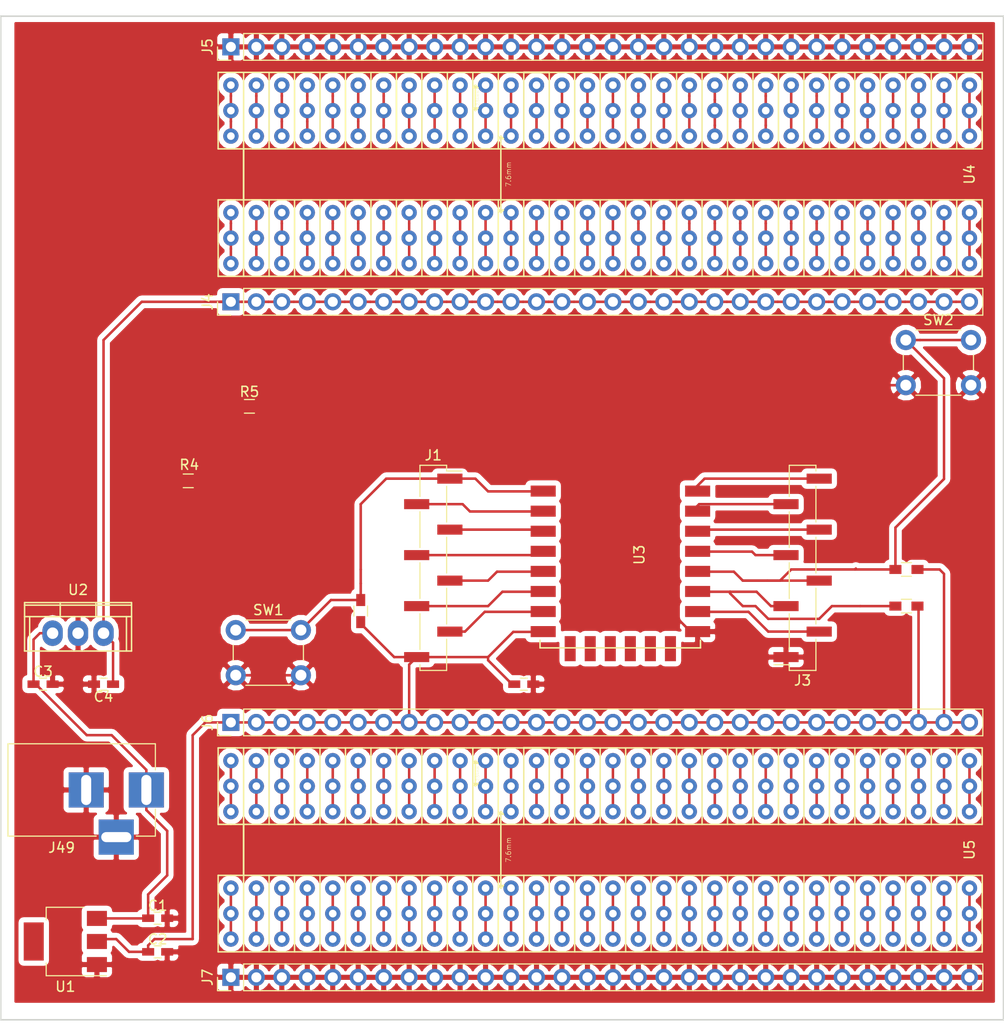
<source format=kicad_pcb>
(kicad_pcb (version 4) (host pcbnew 4.0.7)
  (layers (0 F.Cu signal) (31 B.Cu signal) (34 B.Paste user) (35 F.Paste user) (36 B.SilkS user) (37 F.SilkS user) (38 B.Mask user) (39 F.Mask user) (44 Edge.Cuts user))
  (net 0 "")
  (net 1 VCC)
  (net 2 GND)
  (net 3 /V5v)
  (net 4 "Net-(U1-Pad4)")
  (net 5 "Net-(U4-Pad1)")
  (net 6 "Net-(U4-Pad4)")
  (net 7 "Net-(U4-Pad7)")
  (net 8 "Net-(U4-Pad10)")
  (net 9 "Net-(U4-Pad13)")
  (net 10 "Net-(U4-Pad16)")
  (net 11 "Net-(U4-Pad19)")
  (net 12 "Net-(U4-Pad22)")
  (net 13 "Net-(U4-Pad25)")
  (net 14 "Net-(U4-Pad28)")
  (net 15 "Net-(U4-Pad31)")
  (net 16 "Net-(U4-Pad34)")
  (net 17 "Net-(U4-Pad37)")
  (net 18 "Net-(U4-Pad40)")
  (net 19 "Net-(U4-Pad43)")
  (net 20 "Net-(U4-Pad46)")
  (net 21 "Net-(U4-Pad49)")
  (net 22 "Net-(U4-Pad52)")
  (net 23 "Net-(U4-Pad55)")
  (net 24 "Net-(U4-Pad58)")
  (net 25 "Net-(U4-Pad61)")
  (net 26 "Net-(U4-Pad64)")
  (net 27 "Net-(U4-Pad67)")
  (net 28 "Net-(U4-Pad70)")
  (net 29 "Net-(U4-Pad73)")
  (net 30 "Net-(U4-Pad76)")
  (net 31 "Net-(U4-Pad79)")
  (net 32 "Net-(U4-Pad82)")
  (net 33 "Net-(U4-Pad85)")
  (net 34 "Net-(U4-Pad88)")
  (net 35 "Net-(U4-Pad91)")
  (net 36 "Net-(U4-Pad94)")
  (net 37 "Net-(U4-Pad97)")
  (net 38 "Net-(U4-Pad100)")
  (net 39 "Net-(U4-Pad103)")
  (net 40 "Net-(U4-Pad106)")
  (net 41 "Net-(U4-Pad109)")
  (net 42 "Net-(U4-Pad112)")
  (net 43 "Net-(U4-Pad115)")
  (net 44 "Net-(U4-Pad118)")
  (net 45 "Net-(U4-Pad121)")
  (net 46 "Net-(U4-Pad124)")
  (net 47 "Net-(U4-Pad127)")
  (net 48 "Net-(U4-Pad130)")
  (net 49 "Net-(U4-Pad133)")
  (net 50 "Net-(U4-Pad136)")
  (net 51 "Net-(U4-Pad139)")
  (net 52 "Net-(U4-Pad142)")
  (net 53 "Net-(U4-Pad145)")
  (net 54 "Net-(U4-Pad148)")
  (net 55 "Net-(U4-Pad151)")
  (net 56 "Net-(U4-Pad154)")
  (net 57 "Net-(U4-Pad157)")
  (net 58 "Net-(U4-Pad160)")
  (net 59 "Net-(U4-Pad163)")
  (net 60 "Net-(U4-Pad166)")
  (net 61 "Net-(U4-Pad169)")
  (net 62 "Net-(U4-Pad172)")
  (net 63 "Net-(U4-Pad175)")
  (net 64 "Net-(U4-Pad178)")
  (net 65 "Net-(U5-Pad1)")
  (net 66 "Net-(U5-Pad4)")
  (net 67 "Net-(U5-Pad7)")
  (net 68 "Net-(U5-Pad10)")
  (net 69 "Net-(U5-Pad13)")
  (net 70 "Net-(U5-Pad16)")
  (net 71 "Net-(U5-Pad19)")
  (net 72 "Net-(U5-Pad22)")
  (net 73 "Net-(U5-Pad25)")
  (net 74 "Net-(U5-Pad28)")
  (net 75 "Net-(U5-Pad31)")
  (net 76 "Net-(U5-Pad34)")
  (net 77 "Net-(U5-Pad37)")
  (net 78 "Net-(U5-Pad40)")
  (net 79 "Net-(U5-Pad43)")
  (net 80 "Net-(U5-Pad46)")
  (net 81 "Net-(U5-Pad49)")
  (net 82 "Net-(U5-Pad52)")
  (net 83 "Net-(U5-Pad55)")
  (net 84 "Net-(U5-Pad58)")
  (net 85 "Net-(U5-Pad61)")
  (net 86 "Net-(U5-Pad64)")
  (net 87 "Net-(U5-Pad67)")
  (net 88 "Net-(U5-Pad70)")
  (net 89 "Net-(U5-Pad73)")
  (net 90 "Net-(U5-Pad76)")
  (net 91 "Net-(U5-Pad79)")
  (net 92 "Net-(U5-Pad82)")
  (net 93 "Net-(U5-Pad85)")
  (net 94 "Net-(U5-Pad88)")
  (net 95 "Net-(U5-Pad91)")
  (net 96 "Net-(U5-Pad94)")
  (net 97 "Net-(U5-Pad97)")
  (net 98 "Net-(U5-Pad100)")
  (net 99 "Net-(U5-Pad103)")
  (net 100 "Net-(U5-Pad106)")
  (net 101 "Net-(U5-Pad109)")
  (net 102 "Net-(U5-Pad112)")
  (net 103 "Net-(U5-Pad115)")
  (net 104 "Net-(U5-Pad118)")
  (net 105 "Net-(U5-Pad121)")
  (net 106 "Net-(U5-Pad124)")
  (net 107 "Net-(U5-Pad127)")
  (net 108 "Net-(U5-Pad130)")
  (net 109 "Net-(U5-Pad133)")
  (net 110 "Net-(U5-Pad136)")
  (net 111 "Net-(U5-Pad139)")
  (net 112 "Net-(U5-Pad142)")
  (net 113 "Net-(U5-Pad145)")
  (net 114 "Net-(U5-Pad148)")
  (net 115 "Net-(U5-Pad151)")
  (net 116 "Net-(U5-Pad154)")
  (net 117 "Net-(U5-Pad157)")
  (net 118 "Net-(U5-Pad160)")
  (net 119 "Net-(U5-Pad163)")
  (net 120 "Net-(U5-Pad166)")
  (net 121 "Net-(U5-Pad169)")
  (net 122 "Net-(U5-Pad172)")
  (net 123 "Net-(U5-Pad175)")
  (net 124 "Net-(U5-Pad178)")
  (net 125 V3.3v)
  (net 126 "Net-(U3-Pad17)")
  (net 127 "Net-(U3-Pad18)")
  (net 128 "Net-(U3-Pad19)")
  (net 129 "Net-(U3-Pad20)")
  (net 130 "Net-(U3-Pad21)")
  (net 131 "Net-(U3-Pad22)")
  (net 132 /esp12e/ADC)
  (net 133 /esp12e/GPIO16)
  (net 134 /esp12e/GPIO12)
  (net 135 /esp12e/RST)
  (net 136 /esp12e/CH_PD)
  (net 137 /esp12e/GPIO14)
  (net 138 /esp12e/GPIO13)
  (net 139 /esp12e/GPIO15)
  (net 140 /esp12e/GPIO0)
  (net 141 /esp12e/GPIO5)
  (net 142 /esp12e/TXD)
  (net 143 /esp12e/GPIO2)
  (net 144 /esp12e/GPIO4)
  (net 145 /esp12e/RXD)
  (module breadboard:bboard_3rows_footprint (layer F.Cu) (at 144.78 115.57 90)
    (fp_text reference U5 (at 0 36.83 90) (layer F.SilkS))
    (fp_text value bboard_3rows)
    (fp_text user 7.6mm (at 0 -9.144 90) (layer F.SilkS) (effects (font (size 0.5 0.5) (thickness 0.05))))
    (fp_text user 2.54mm (at 7.62 -12.192 90) (layer F.SilkS) (effects (font (size 0.25 0.25) (thickness 0.02))))
    (pad 1 thru_hole circle (at 3.81 -36.83 90) (size 1.524 1.524) (drill 0.762) (layers *.Cu *.Mask) (net 65 "Net-(U5-Pad1)"))
    (pad 2 thru_hole circle (at 6.35 -36.83 90) (size 1.524 1.524) (drill 0.762) (layers *.Cu *.Mask) (net 65 "Net-(U5-Pad1)"))
    (pad 3 thru_hole circle (at 8.89 -36.83 90) (size 1.524 1.524) (drill 0.762) (layers *.Cu *.Mask) (net 65 "Net-(U5-Pad1)"))
    (pad 4 thru_hole circle (at 3.81 -34.29 90) (size 1.524 1.524) (drill 0.762) (layers *.Cu *.Mask) (net 66 "Net-(U5-Pad4)"))
    (pad 5 thru_hole circle (at 6.35 -34.29 90) (size 1.524 1.524) (drill 0.762) (layers *.Cu *.Mask) (net 66 "Net-(U5-Pad4)"))
    (pad 6 thru_hole circle (at 8.89 -34.29 90) (size 1.524 1.524) (drill 0.762) (layers *.Cu *.Mask) (net 66 "Net-(U5-Pad4)"))
    (pad 7 thru_hole circle (at 3.81 -31.75 90) (size 1.524 1.524) (drill 0.762) (layers *.Cu *.Mask) (net 67 "Net-(U5-Pad7)"))
    (pad 8 thru_hole circle (at 6.35 -31.75 90) (size 1.524 1.524) (drill 0.762) (layers *.Cu *.Mask) (net 67 "Net-(U5-Pad7)"))
    (pad 9 thru_hole circle (at 8.89 -31.75 90) (size 1.524 1.524) (drill 0.762) (layers *.Cu *.Mask) (net 67 "Net-(U5-Pad7)"))
    (pad 10 thru_hole circle (at 3.81 -29.21 90) (size 1.524 1.524) (drill 0.762) (layers *.Cu *.Mask) (net 68 "Net-(U5-Pad10)"))
    (pad 11 thru_hole circle (at 6.35 -29.21 90) (size 1.524 1.524) (drill 0.762) (layers *.Cu *.Mask) (net 68 "Net-(U5-Pad10)"))
    (pad 12 thru_hole circle (at 8.89 -29.21 90) (size 1.524 1.524) (drill 0.762) (layers *.Cu *.Mask) (net 68 "Net-(U5-Pad10)"))
    (pad 13 thru_hole circle (at 3.81 -26.67 90) (size 1.524 1.524) (drill 0.762) (layers *.Cu *.Mask) (net 69 "Net-(U5-Pad13)"))
    (pad 14 thru_hole circle (at 6.35 -26.67 90) (size 1.524 1.524) (drill 0.762) (layers *.Cu *.Mask) (net 69 "Net-(U5-Pad13)"))
    (pad 15 thru_hole circle (at 8.89 -26.67 90) (size 1.524 1.524) (drill 0.762) (layers *.Cu *.Mask) (net 69 "Net-(U5-Pad13)"))
    (pad 16 thru_hole circle (at 3.81 -24.13 90) (size 1.524 1.524) (drill 0.762) (layers *.Cu *.Mask) (net 70 "Net-(U5-Pad16)"))
    (pad 17 thru_hole circle (at 6.35 -24.13 90) (size 1.524 1.524) (drill 0.762) (layers *.Cu *.Mask) (net 70 "Net-(U5-Pad16)"))
    (pad 18 thru_hole circle (at 8.89 -24.13 90) (size 1.524 1.524) (drill 0.762) (layers *.Cu *.Mask) (net 70 "Net-(U5-Pad16)"))
    (pad 19 thru_hole circle (at 3.81 -21.59 90) (size 1.524 1.524) (drill 0.762) (layers *.Cu *.Mask) (net 71 "Net-(U5-Pad19)"))
    (pad 20 thru_hole circle (at 6.35 -21.59 90) (size 1.524 1.524) (drill 0.762) (layers *.Cu *.Mask) (net 71 "Net-(U5-Pad19)"))
    (pad 21 thru_hole circle (at 8.89 -21.59 90) (size 1.524 1.524) (drill 0.762) (layers *.Cu *.Mask) (net 71 "Net-(U5-Pad19)"))
    (pad 22 thru_hole circle (at 3.81 -19.05 90) (size 1.524 1.524) (drill 0.762) (layers *.Cu *.Mask) (net 72 "Net-(U5-Pad22)"))
    (pad 23 thru_hole circle (at 6.35 -19.05 90) (size 1.524 1.524) (drill 0.762) (layers *.Cu *.Mask) (net 72 "Net-(U5-Pad22)"))
    (pad 24 thru_hole circle (at 8.89 -19.05 90) (size 1.524 1.524) (drill 0.762) (layers *.Cu *.Mask) (net 72 "Net-(U5-Pad22)"))
    (pad 25 thru_hole circle (at 3.81 -16.51 90) (size 1.524 1.524) (drill 0.762) (layers *.Cu *.Mask) (net 73 "Net-(U5-Pad25)"))
    (pad 26 thru_hole circle (at 6.35 -16.51 90) (size 1.524 1.524) (drill 0.762) (layers *.Cu *.Mask) (net 73 "Net-(U5-Pad25)"))
    (pad 27 thru_hole circle (at 8.89 -16.51 90) (size 1.524 1.524) (drill 0.762) (layers *.Cu *.Mask) (net 73 "Net-(U5-Pad25)"))
    (pad 28 thru_hole circle (at 3.81 -13.97 90) (size 1.524 1.524) (drill 0.762) (layers *.Cu *.Mask) (net 74 "Net-(U5-Pad28)"))
    (pad 29 thru_hole circle (at 6.35 -13.97 90) (size 1.524 1.524) (drill 0.762) (layers *.Cu *.Mask) (net 74 "Net-(U5-Pad28)"))
    (pad 30 thru_hole circle (at 8.89 -13.97 90) (size 1.524 1.524) (drill 0.762) (layers *.Cu *.Mask) (net 74 "Net-(U5-Pad28)"))
    (pad 31 thru_hole circle (at 3.81 -11.43 90) (size 1.524 1.524) (drill 0.762) (layers *.Cu *.Mask) (net 75 "Net-(U5-Pad31)"))
    (pad 32 thru_hole circle (at 6.35 -11.43 90) (size 1.524 1.524) (drill 0.762) (layers *.Cu *.Mask) (net 75 "Net-(U5-Pad31)"))
    (pad 33 thru_hole circle (at 8.89 -11.43 90) (size 1.524 1.524) (drill 0.762) (layers *.Cu *.Mask) (net 75 "Net-(U5-Pad31)"))
    (pad 34 thru_hole circle (at 3.81 -8.89 90) (size 1.524 1.524) (drill 0.762) (layers *.Cu *.Mask) (net 76 "Net-(U5-Pad34)"))
    (pad 35 thru_hole circle (at 6.35 -8.89 90) (size 1.524 1.524) (drill 0.762) (layers *.Cu *.Mask) (net 76 "Net-(U5-Pad34)"))
    (pad 36 thru_hole circle (at 8.89 -8.89 90) (size 1.524 1.524) (drill 0.762) (layers *.Cu *.Mask) (net 76 "Net-(U5-Pad34)"))
    (pad 37 thru_hole circle (at 3.81 -6.35 90) (size 1.524 1.524) (drill 0.762) (layers *.Cu *.Mask) (net 77 "Net-(U5-Pad37)"))
    (pad 38 thru_hole circle (at 6.35 -6.35 90) (size 1.524 1.524) (drill 0.762) (layers *.Cu *.Mask) (net 77 "Net-(U5-Pad37)"))
    (pad 39 thru_hole circle (at 8.89 -6.35 90) (size 1.524 1.524) (drill 0.762) (layers *.Cu *.Mask) (net 77 "Net-(U5-Pad37)"))
    (pad 40 thru_hole circle (at 3.81 -3.81 90) (size 1.524 1.524) (drill 0.762) (layers *.Cu *.Mask) (net 78 "Net-(U5-Pad40)"))
    (pad 41 thru_hole circle (at 6.35 -3.81 90) (size 1.524 1.524) (drill 0.762) (layers *.Cu *.Mask) (net 78 "Net-(U5-Pad40)"))
    (pad 42 thru_hole circle (at 8.89 -3.81 90) (size 1.524 1.524) (drill 0.762) (layers *.Cu *.Mask) (net 78 "Net-(U5-Pad40)"))
    (pad 43 thru_hole circle (at 3.81 -1.27 90) (size 1.524 1.524) (drill 0.762) (layers *.Cu *.Mask) (net 79 "Net-(U5-Pad43)"))
    (pad 44 thru_hole circle (at 6.35 -1.27 90) (size 1.524 1.524) (drill 0.762) (layers *.Cu *.Mask) (net 79 "Net-(U5-Pad43)"))
    (pad 45 thru_hole circle (at 8.89 -1.27 90) (size 1.524 1.524) (drill 0.762) (layers *.Cu *.Mask) (net 79 "Net-(U5-Pad43)"))
    (pad 46 thru_hole circle (at 3.81 1.27 90) (size 1.524 1.524) (drill 0.762) (layers *.Cu *.Mask) (net 80 "Net-(U5-Pad46)"))
    (pad 47 thru_hole circle (at 6.35 1.27 90) (size 1.524 1.524) (drill 0.762) (layers *.Cu *.Mask) (net 80 "Net-(U5-Pad46)"))
    (pad 48 thru_hole circle (at 8.89 1.27 90) (size 1.524 1.524) (drill 0.762) (layers *.Cu *.Mask) (net 80 "Net-(U5-Pad46)"))
    (pad 49 thru_hole circle (at 3.81 3.81 90) (size 1.524 1.524) (drill 0.762) (layers *.Cu *.Mask) (net 81 "Net-(U5-Pad49)"))
    (pad 50 thru_hole circle (at 6.35 3.81 90) (size 1.524 1.524) (drill 0.762) (layers *.Cu *.Mask) (net 81 "Net-(U5-Pad49)"))
    (pad 51 thru_hole circle (at 8.89 3.81 90) (size 1.524 1.524) (drill 0.762) (layers *.Cu *.Mask) (net 81 "Net-(U5-Pad49)"))
    (pad 52 thru_hole circle (at 3.81 6.35 90) (size 1.524 1.524) (drill 0.762) (layers *.Cu *.Mask) (net 82 "Net-(U5-Pad52)"))
    (pad 53 thru_hole circle (at 6.35 6.35 90) (size 1.524 1.524) (drill 0.762) (layers *.Cu *.Mask) (net 82 "Net-(U5-Pad52)"))
    (pad 54 thru_hole circle (at 8.89 6.35 90) (size 1.524 1.524) (drill 0.762) (layers *.Cu *.Mask) (net 82 "Net-(U5-Pad52)"))
    (pad 55 thru_hole circle (at 3.81 8.89 90) (size 1.524 1.524) (drill 0.762) (layers *.Cu *.Mask) (net 83 "Net-(U5-Pad55)"))
    (pad 56 thru_hole circle (at 6.35 8.89 90) (size 1.524 1.524) (drill 0.762) (layers *.Cu *.Mask) (net 83 "Net-(U5-Pad55)"))
    (pad 57 thru_hole circle (at 8.89 8.89 90) (size 1.524 1.524) (drill 0.762) (layers *.Cu *.Mask) (net 83 "Net-(U5-Pad55)"))
    (pad 58 thru_hole circle (at 3.81 11.43 90) (size 1.524 1.524) (drill 0.762) (layers *.Cu *.Mask) (net 84 "Net-(U5-Pad58)"))
    (pad 59 thru_hole circle (at 6.35 11.43 90) (size 1.524 1.524) (drill 0.762) (layers *.Cu *.Mask) (net 84 "Net-(U5-Pad58)"))
    (pad 60 thru_hole circle (at 8.89 11.43 90) (size 1.524 1.524) (drill 0.762) (layers *.Cu *.Mask) (net 84 "Net-(U5-Pad58)"))
    (pad 61 thru_hole circle (at 3.81 13.97 90) (size 1.524 1.524) (drill 0.762) (layers *.Cu *.Mask) (net 85 "Net-(U5-Pad61)"))
    (pad 62 thru_hole circle (at 6.35 13.97 90) (size 1.524 1.524) (drill 0.762) (layers *.Cu *.Mask) (net 85 "Net-(U5-Pad61)"))
    (pad 63 thru_hole circle (at 8.89 13.97 90) (size 1.524 1.524) (drill 0.762) (layers *.Cu *.Mask) (net 85 "Net-(U5-Pad61)"))
    (pad 64 thru_hole circle (at 3.81 16.51 90) (size 1.524 1.524) (drill 0.762) (layers *.Cu *.Mask) (net 86 "Net-(U5-Pad64)"))
    (pad 65 thru_hole circle (at 6.35 16.51 90) (size 1.524 1.524) (drill 0.762) (layers *.Cu *.Mask) (net 86 "Net-(U5-Pad64)"))
    (pad 66 thru_hole circle (at 8.89 16.51 90) (size 1.524 1.524) (drill 0.762) (layers *.Cu *.Mask) (net 86 "Net-(U5-Pad64)"))
    (pad 67 thru_hole circle (at 3.81 19.05 90) (size 1.524 1.524) (drill 0.762) (layers *.Cu *.Mask) (net 87 "Net-(U5-Pad67)"))
    (pad 68 thru_hole circle (at 6.35 19.05 90) (size 1.524 1.524) (drill 0.762) (layers *.Cu *.Mask) (net 87 "Net-(U5-Pad67)"))
    (pad 69 thru_hole circle (at 8.89 19.05 90) (size 1.524 1.524) (drill 0.762) (layers *.Cu *.Mask) (net 87 "Net-(U5-Pad67)"))
    (pad 70 thru_hole circle (at 3.81 21.59 90) (size 1.524 1.524) (drill 0.762) (layers *.Cu *.Mask) (net 88 "Net-(U5-Pad70)"))
    (pad 71 thru_hole circle (at 6.35 21.59 90) (size 1.524 1.524) (drill 0.762) (layers *.Cu *.Mask) (net 88 "Net-(U5-Pad70)"))
    (pad 72 thru_hole circle (at 8.89 21.59 90) (size 1.524 1.524) (drill 0.762) (layers *.Cu *.Mask) (net 88 "Net-(U5-Pad70)"))
    (pad 73 thru_hole circle (at 3.81 24.13 90) (size 1.524 1.524) (drill 0.762) (layers *.Cu *.Mask) (net 89 "Net-(U5-Pad73)"))
    (pad 74 thru_hole circle (at 6.35 24.13 90) (size 1.524 1.524) (drill 0.762) (layers *.Cu *.Mask) (net 89 "Net-(U5-Pad73)"))
    (pad 75 thru_hole circle (at 8.89 24.13 90) (size 1.524 1.524) (drill 0.762) (layers *.Cu *.Mask) (net 89 "Net-(U5-Pad73)"))
    (pad 76 thru_hole circle (at 3.81 26.67 90) (size 1.524 1.524) (drill 0.762) (layers *.Cu *.Mask) (net 90 "Net-(U5-Pad76)"))
    (pad 77 thru_hole circle (at 6.35 26.67 90) (size 1.524 1.524) (drill 0.762) (layers *.Cu *.Mask) (net 90 "Net-(U5-Pad76)"))
    (pad 78 thru_hole circle (at 8.89 26.67 90) (size 1.524 1.524) (drill 0.762) (layers *.Cu *.Mask) (net 90 "Net-(U5-Pad76)"))
    (pad 79 thru_hole circle (at 3.81 29.21 90) (size 1.524 1.524) (drill 0.762) (layers *.Cu *.Mask) (net 91 "Net-(U5-Pad79)"))
    (pad 80 thru_hole circle (at 6.35 29.21 90) (size 1.524 1.524) (drill 0.762) (layers *.Cu *.Mask) (net 91 "Net-(U5-Pad79)"))
    (pad 81 thru_hole circle (at 8.89 29.21 90) (size 1.524 1.524) (drill 0.762) (layers *.Cu *.Mask) (net 91 "Net-(U5-Pad79)"))
    (pad 82 thru_hole circle (at 3.81 31.75 90) (size 1.524 1.524) (drill 0.762) (layers *.Cu *.Mask) (net 92 "Net-(U5-Pad82)"))
    (pad 83 thru_hole circle (at 6.35 31.75 90) (size 1.524 1.524) (drill 0.762) (layers *.Cu *.Mask) (net 92 "Net-(U5-Pad82)"))
    (pad 84 thru_hole circle (at 8.89 31.75 90) (size 1.524 1.524) (drill 0.762) (layers *.Cu *.Mask) (net 92 "Net-(U5-Pad82)"))
    (pad 85 thru_hole circle (at 3.81 34.29 90) (size 1.524 1.524) (drill 0.762) (layers *.Cu *.Mask) (net 93 "Net-(U5-Pad85)"))
    (pad 86 thru_hole circle (at 6.35 34.29 90) (size 1.524 1.524) (drill 0.762) (layers *.Cu *.Mask) (net 93 "Net-(U5-Pad85)"))
    (pad 87 thru_hole circle (at 8.89 34.29 90) (size 1.524 1.524) (drill 0.762) (layers *.Cu *.Mask) (net 93 "Net-(U5-Pad85)"))
    (pad 88 thru_hole circle (at 3.81 36.83 90) (size 1.524 1.524) (drill 0.762) (layers *.Cu *.Mask) (net 94 "Net-(U5-Pad88)"))
    (pad 89 thru_hole circle (at 6.35 36.83 90) (size 1.524 1.524) (drill 0.762) (layers *.Cu *.Mask) (net 94 "Net-(U5-Pad88)"))
    (pad 90 thru_hole circle (at 8.89 36.83 90) (size 1.524 1.524) (drill 0.762) (layers *.Cu *.Mask) (net 94 "Net-(U5-Pad88)"))
    (pad 91 thru_hole circle (at -3.81 -36.83 90) (size 1.524 1.524) (drill 0.762) (layers *.Cu *.Mask) (net 95 "Net-(U5-Pad91)"))
    (pad 92 thru_hole circle (at -6.35 -36.83 90) (size 1.524 1.524) (drill 0.762) (layers *.Cu *.Mask) (net 95 "Net-(U5-Pad91)"))
    (pad 93 thru_hole circle (at -8.89 -36.83 90) (size 1.524 1.524) (drill 0.762) (layers *.Cu *.Mask) (net 95 "Net-(U5-Pad91)"))
    (pad 94 thru_hole circle (at -3.81 -34.29 90) (size 1.524 1.524) (drill 0.762) (layers *.Cu *.Mask) (net 96 "Net-(U5-Pad94)"))
    (pad 95 thru_hole circle (at -6.35 -34.29 90) (size 1.524 1.524) (drill 0.762) (layers *.Cu *.Mask) (net 96 "Net-(U5-Pad94)"))
    (pad 96 thru_hole circle (at -8.89 -34.29 90) (size 1.524 1.524) (drill 0.762) (layers *.Cu *.Mask) (net 96 "Net-(U5-Pad94)"))
    (pad 97 thru_hole circle (at -3.81 -31.75 90) (size 1.524 1.524) (drill 0.762) (layers *.Cu *.Mask) (net 97 "Net-(U5-Pad97)"))
    (pad 98 thru_hole circle (at -6.35 -31.75 90) (size 1.524 1.524) (drill 0.762) (layers *.Cu *.Mask) (net 97 "Net-(U5-Pad97)"))
    (pad 99 thru_hole circle (at -8.89 -31.75 90) (size 1.524 1.524) (drill 0.762) (layers *.Cu *.Mask) (net 97 "Net-(U5-Pad97)"))
    (pad 100 thru_hole circle (at -3.81 -29.21 90) (size 1.524 1.524) (drill 0.762) (layers *.Cu *.Mask) (net 98 "Net-(U5-Pad100)"))
    (pad 101 thru_hole circle (at -6.35 -29.21 90) (size 1.524 1.524) (drill 0.762) (layers *.Cu *.Mask) (net 98 "Net-(U5-Pad100)"))
    (pad 102 thru_hole circle (at -8.89 -29.21 90) (size 1.524 1.524) (drill 0.762) (layers *.Cu *.Mask) (net 98 "Net-(U5-Pad100)"))
    (pad 103 thru_hole circle (at -3.81 -26.67 90) (size 1.524 1.524) (drill 0.762) (layers *.Cu *.Mask) (net 99 "Net-(U5-Pad103)"))
    (pad 104 thru_hole circle (at -6.35 -26.67 90) (size 1.524 1.524) (drill 0.762) (layers *.Cu *.Mask) (net 99 "Net-(U5-Pad103)"))
    (pad 105 thru_hole circle (at -8.89 -26.67 90) (size 1.524 1.524) (drill 0.762) (layers *.Cu *.Mask) (net 99 "Net-(U5-Pad103)"))
    (pad 106 thru_hole circle (at -3.81 -24.13 90) (size 1.524 1.524) (drill 0.762) (layers *.Cu *.Mask) (net 100 "Net-(U5-Pad106)"))
    (pad 107 thru_hole circle (at -6.35 -24.13 90) (size 1.524 1.524) (drill 0.762) (layers *.Cu *.Mask) (net 100 "Net-(U5-Pad106)"))
    (pad 108 thru_hole circle (at -8.89 -24.13 90) (size 1.524 1.524) (drill 0.762) (layers *.Cu *.Mask) (net 100 "Net-(U5-Pad106)"))
    (pad 109 thru_hole circle (at -3.81 -21.59 90) (size 1.524 1.524) (drill 0.762) (layers *.Cu *.Mask) (net 101 "Net-(U5-Pad109)"))
    (pad 110 thru_hole circle (at -6.35 -21.59 90) (size 1.524 1.524) (drill 0.762) (layers *.Cu *.Mask) (net 101 "Net-(U5-Pad109)"))
    (pad 111 thru_hole circle (at -8.89 -21.59 90) (size 1.524 1.524) (drill 0.762) (layers *.Cu *.Mask) (net 101 "Net-(U5-Pad109)"))
    (pad 112 thru_hole circle (at -3.81 -19.05 90) (size 1.524 1.524) (drill 0.762) (layers *.Cu *.Mask) (net 102 "Net-(U5-Pad112)"))
    (pad 113 thru_hole circle (at -6.35 -19.05 90) (size 1.524 1.524) (drill 0.762) (layers *.Cu *.Mask) (net 102 "Net-(U5-Pad112)"))
    (pad 114 thru_hole circle (at -8.89 -19.05 90) (size 1.524 1.524) (drill 0.762) (layers *.Cu *.Mask) (net 102 "Net-(U5-Pad112)"))
    (pad 115 thru_hole circle (at -3.81 -16.51 90) (size 1.524 1.524) (drill 0.762) (layers *.Cu *.Mask) (net 103 "Net-(U5-Pad115)"))
    (pad 116 thru_hole circle (at -6.35 -16.51 90) (size 1.524 1.524) (drill 0.762) (layers *.Cu *.Mask) (net 103 "Net-(U5-Pad115)"))
    (pad 117 thru_hole circle (at -8.89 -16.51 90) (size 1.524 1.524) (drill 0.762) (layers *.Cu *.Mask) (net 103 "Net-(U5-Pad115)"))
    (pad 118 thru_hole circle (at -3.81 -13.97 90) (size 1.524 1.524) (drill 0.762) (layers *.Cu *.Mask) (net 104 "Net-(U5-Pad118)"))
    (pad 119 thru_hole circle (at -6.35 -13.97 90) (size 1.524 1.524) (drill 0.762) (layers *.Cu *.Mask) (net 104 "Net-(U5-Pad118)"))
    (pad 120 thru_hole circle (at -8.89 -13.97 90) (size 1.524 1.524) (drill 0.762) (layers *.Cu *.Mask) (net 104 "Net-(U5-Pad118)"))
    (pad 121 thru_hole circle (at -3.81 -11.43 90) (size 1.524 1.524) (drill 0.762) (layers *.Cu *.Mask) (net 105 "Net-(U5-Pad121)"))
    (pad 122 thru_hole circle (at -6.35 -11.43 90) (size 1.524 1.524) (drill 0.762) (layers *.Cu *.Mask) (net 105 "Net-(U5-Pad121)"))
    (pad 123 thru_hole circle (at -8.89 -11.43 90) (size 1.524 1.524) (drill 0.762) (layers *.Cu *.Mask) (net 105 "Net-(U5-Pad121)"))
    (pad 124 thru_hole circle (at -3.81 -8.89 90) (size 1.524 1.524) (drill 0.762) (layers *.Cu *.Mask) (net 106 "Net-(U5-Pad124)"))
    (pad 125 thru_hole circle (at -6.35 -8.89 90) (size 1.524 1.524) (drill 0.762) (layers *.Cu *.Mask) (net 106 "Net-(U5-Pad124)"))
    (pad 126 thru_hole circle (at -8.89 -8.89 90) (size 1.524 1.524) (drill 0.762) (layers *.Cu *.Mask) (net 106 "Net-(U5-Pad124)"))
    (pad 127 thru_hole circle (at -3.81 -6.35 90) (size 1.524 1.524) (drill 0.762) (layers *.Cu *.Mask) (net 107 "Net-(U5-Pad127)"))
    (pad 128 thru_hole circle (at -6.35 -6.35 90) (size 1.524 1.524) (drill 0.762) (layers *.Cu *.Mask) (net 107 "Net-(U5-Pad127)"))
    (pad 129 thru_hole circle (at -8.89 -6.35 90) (size 1.524 1.524) (drill 0.762) (layers *.Cu *.Mask) (net 107 "Net-(U5-Pad127)"))
    (pad 130 thru_hole circle (at -3.81 -3.81 90) (size 1.524 1.524) (drill 0.762) (layers *.Cu *.Mask) (net 108 "Net-(U5-Pad130)"))
    (pad 131 thru_hole circle (at -6.35 -3.81 90) (size 1.524 1.524) (drill 0.762) (layers *.Cu *.Mask) (net 108 "Net-(U5-Pad130)"))
    (pad 132 thru_hole circle (at -8.89 -3.81 90) (size 1.524 1.524) (drill 0.762) (layers *.Cu *.Mask) (net 108 "Net-(U5-Pad130)"))
    (pad 133 thru_hole circle (at -3.81 -1.27 90) (size 1.524 1.524) (drill 0.762) (layers *.Cu *.Mask) (net 109 "Net-(U5-Pad133)"))
    (pad 134 thru_hole circle (at -6.35 -1.27 90) (size 1.524 1.524) (drill 0.762) (layers *.Cu *.Mask) (net 109 "Net-(U5-Pad133)"))
    (pad 135 thru_hole circle (at -8.89 -1.27 90) (size 1.524 1.524) (drill 0.762) (layers *.Cu *.Mask) (net 109 "Net-(U5-Pad133)"))
    (pad 136 thru_hole circle (at -3.81 1.27 90) (size 1.524 1.524) (drill 0.762) (layers *.Cu *.Mask) (net 110 "Net-(U5-Pad136)"))
    (pad 137 thru_hole circle (at -6.35 1.27 90) (size 1.524 1.524) (drill 0.762) (layers *.Cu *.Mask) (net 110 "Net-(U5-Pad136)"))
    (pad 138 thru_hole circle (at -8.89 1.27 90) (size 1.524 1.524) (drill 0.762) (layers *.Cu *.Mask) (net 110 "Net-(U5-Pad136)"))
    (pad 139 thru_hole circle (at -3.81 3.81 90) (size 1.524 1.524) (drill 0.762) (layers *.Cu *.Mask) (net 111 "Net-(U5-Pad139)"))
    (pad 140 thru_hole circle (at -6.35 3.81 90) (size 1.524 1.524) (drill 0.762) (layers *.Cu *.Mask) (net 111 "Net-(U5-Pad139)"))
    (pad 141 thru_hole circle (at -8.89 3.81 90) (size 1.524 1.524) (drill 0.762) (layers *.Cu *.Mask) (net 111 "Net-(U5-Pad139)"))
    (pad 142 thru_hole circle (at -3.81 6.35 90) (size 1.524 1.524) (drill 0.762) (layers *.Cu *.Mask) (net 112 "Net-(U5-Pad142)"))
    (pad 143 thru_hole circle (at -6.35 6.35 90) (size 1.524 1.524) (drill 0.762) (layers *.Cu *.Mask) (net 112 "Net-(U5-Pad142)"))
    (pad 144 thru_hole circle (at -8.89 6.35 90) (size 1.524 1.524) (drill 0.762) (layers *.Cu *.Mask) (net 112 "Net-(U5-Pad142)"))
    (pad 145 thru_hole circle (at -3.81 8.89 90) (size 1.524 1.524) (drill 0.762) (layers *.Cu *.Mask) (net 113 "Net-(U5-Pad145)"))
    (pad 146 thru_hole circle (at -6.35 8.89 90) (size 1.524 1.524) (drill 0.762) (layers *.Cu *.Mask) (net 113 "Net-(U5-Pad145)"))
    (pad 147 thru_hole circle (at -8.89 8.89 90) (size 1.524 1.524) (drill 0.762) (layers *.Cu *.Mask) (net 113 "Net-(U5-Pad145)"))
    (pad 148 thru_hole circle (at -3.81 11.43 90) (size 1.524 1.524) (drill 0.762) (layers *.Cu *.Mask) (net 114 "Net-(U5-Pad148)"))
    (pad 149 thru_hole circle (at -6.35 11.43 90) (size 1.524 1.524) (drill 0.762) (layers *.Cu *.Mask) (net 114 "Net-(U5-Pad148)"))
    (pad 150 thru_hole circle (at -8.89 11.43 90) (size 1.524 1.524) (drill 0.762) (layers *.Cu *.Mask) (net 114 "Net-(U5-Pad148)"))
    (pad 151 thru_hole circle (at -3.81 13.97 90) (size 1.524 1.524) (drill 0.762) (layers *.Cu *.Mask) (net 115 "Net-(U5-Pad151)"))
    (pad 152 thru_hole circle (at -6.35 13.97 90) (size 1.524 1.524) (drill 0.762) (layers *.Cu *.Mask) (net 115 "Net-(U5-Pad151)"))
    (pad 153 thru_hole circle (at -8.89 13.97 90) (size 1.524 1.524) (drill 0.762) (layers *.Cu *.Mask) (net 115 "Net-(U5-Pad151)"))
    (pad 154 thru_hole circle (at -3.81 16.51 90) (size 1.524 1.524) (drill 0.762) (layers *.Cu *.Mask) (net 116 "Net-(U5-Pad154)"))
    (pad 155 thru_hole circle (at -6.35 16.51 90) (size 1.524 1.524) (drill 0.762) (layers *.Cu *.Mask) (net 116 "Net-(U5-Pad154)"))
    (pad 156 thru_hole circle (at -8.89 16.51 90) (size 1.524 1.524) (drill 0.762) (layers *.Cu *.Mask) (net 116 "Net-(U5-Pad154)"))
    (pad 157 thru_hole circle (at -3.81 19.05 90) (size 1.524 1.524) (drill 0.762) (layers *.Cu *.Mask) (net 117 "Net-(U5-Pad157)"))
    (pad 158 thru_hole circle (at -6.35 19.05 90) (size 1.524 1.524) (drill 0.762) (layers *.Cu *.Mask) (net 117 "Net-(U5-Pad157)"))
    (pad 159 thru_hole circle (at -8.89 19.05 90) (size 1.524 1.524) (drill 0.762) (layers *.Cu *.Mask) (net 117 "Net-(U5-Pad157)"))
    (pad 160 thru_hole circle (at -3.81 21.59 90) (size 1.524 1.524) (drill 0.762) (layers *.Cu *.Mask) (net 118 "Net-(U5-Pad160)"))
    (pad 161 thru_hole circle (at -6.35 21.59 90) (size 1.524 1.524) (drill 0.762) (layers *.Cu *.Mask) (net 118 "Net-(U5-Pad160)"))
    (pad 162 thru_hole circle (at -8.89 21.59 90) (size 1.524 1.524) (drill 0.762) (layers *.Cu *.Mask) (net 118 "Net-(U5-Pad160)"))
    (pad 163 thru_hole circle (at -3.81 24.13 90) (size 1.524 1.524) (drill 0.762) (layers *.Cu *.Mask) (net 119 "Net-(U5-Pad163)"))
    (pad 164 thru_hole circle (at -6.35 24.13 90) (size 1.524 1.524) (drill 0.762) (layers *.Cu *.Mask) (net 119 "Net-(U5-Pad163)"))
    (pad 165 thru_hole circle (at -8.89 24.13 90) (size 1.524 1.524) (drill 0.762) (layers *.Cu *.Mask) (net 119 "Net-(U5-Pad163)"))
    (pad 166 thru_hole circle (at -3.81 26.67 90) (size 1.524 1.524) (drill 0.762) (layers *.Cu *.Mask) (net 120 "Net-(U5-Pad166)"))
    (pad 167 thru_hole circle (at -6.35 26.67 90) (size 1.524 1.524) (drill 0.762) (layers *.Cu *.Mask) (net 120 "Net-(U5-Pad166)"))
    (pad 168 thru_hole circle (at -8.89 26.67 90) (size 1.524 1.524) (drill 0.762) (layers *.Cu *.Mask) (net 120 "Net-(U5-Pad166)"))
    (pad 169 thru_hole circle (at -3.81 29.21 90) (size 1.524 1.524) (drill 0.762) (layers *.Cu *.Mask) (net 121 "Net-(U5-Pad169)"))
    (pad 170 thru_hole circle (at -6.35 29.21 90) (size 1.524 1.524) (drill 0.762) (layers *.Cu *.Mask) (net 121 "Net-(U5-Pad169)"))
    (pad 171 thru_hole circle (at -8.89 29.21 90) (size 1.524 1.524) (drill 0.762) (layers *.Cu *.Mask) (net 121 "Net-(U5-Pad169)"))
    (pad 172 thru_hole circle (at -3.81 31.75 90) (size 1.524 1.524) (drill 0.762) (layers *.Cu *.Mask) (net 122 "Net-(U5-Pad172)"))
    (pad 173 thru_hole circle (at -6.35 31.75 90) (size 1.524 1.524) (drill 0.762) (layers *.Cu *.Mask) (net 122 "Net-(U5-Pad172)"))
    (pad 174 thru_hole circle (at -8.89 31.75 90) (size 1.524 1.524) (drill 0.762) (layers *.Cu *.Mask) (net 122 "Net-(U5-Pad172)"))
    (pad 175 thru_hole circle (at -3.81 34.29 90) (size 1.524 1.524) (drill 0.762) (layers *.Cu *.Mask) (net 123 "Net-(U5-Pad175)"))
    (pad 176 thru_hole circle (at -6.35 34.29 90) (size 1.524 1.524) (drill 0.762) (layers *.Cu *.Mask) (net 123 "Net-(U5-Pad175)"))
    (pad 177 thru_hole circle (at -8.89 34.29 90) (size 1.524 1.524) (drill 0.762) (layers *.Cu *.Mask) (net 123 "Net-(U5-Pad175)"))
    (pad 178 thru_hole circle (at -3.81 36.83 90) (size 1.524 1.524) (drill 0.762) (layers *.Cu *.Mask) (net 124 "Net-(U5-Pad178)"))
    (pad 179 thru_hole circle (at -6.35 36.83 90) (size 1.524 1.524) (drill 0.762) (layers *.Cu *.Mask) (net 124 "Net-(U5-Pad178)"))
    (pad 180 thru_hole circle (at -8.89 36.83 90) (size 1.524 1.524) (drill 0.762) (layers *.Cu *.Mask) (net 124 "Net-(U5-Pad178)"))
  )
  (module breadboard:bboard_3rows_footprint (layer F.Cu) (at 144.78 48.26 90)
    (fp_text reference U4 (at 0 36.83 90) (layer F.SilkS))
    (fp_text value bboard_3rows)
    (fp_text user 7.6mm (at 0 -9.144 90) (layer F.SilkS) (effects (font (size 0.5 0.5) (thickness 0.05))))
    (fp_text user 2.54mm (at 7.62 -12.192 90) (layer F.SilkS) (effects (font (size 0.25 0.25) (thickness 0.02))))
    (pad 1 thru_hole circle (at 3.81 -36.83 90) (size 1.524 1.524) (drill 0.762) (layers *.Cu *.Mask) (net 5 "Net-(U4-Pad1)"))
    (pad 2 thru_hole circle (at 6.35 -36.83 90) (size 1.524 1.524) (drill 0.762) (layers *.Cu *.Mask) (net 5 "Net-(U4-Pad1)"))
    (pad 3 thru_hole circle (at 8.89 -36.83 90) (size 1.524 1.524) (drill 0.762) (layers *.Cu *.Mask) (net 5 "Net-(U4-Pad1)"))
    (pad 4 thru_hole circle (at 3.81 -34.29 90) (size 1.524 1.524) (drill 0.762) (layers *.Cu *.Mask) (net 6 "Net-(U4-Pad4)"))
    (pad 5 thru_hole circle (at 6.35 -34.29 90) (size 1.524 1.524) (drill 0.762) (layers *.Cu *.Mask) (net 6 "Net-(U4-Pad4)"))
    (pad 6 thru_hole circle (at 8.89 -34.29 90) (size 1.524 1.524) (drill 0.762) (layers *.Cu *.Mask) (net 6 "Net-(U4-Pad4)"))
    (pad 7 thru_hole circle (at 3.81 -31.75 90) (size 1.524 1.524) (drill 0.762) (layers *.Cu *.Mask) (net 7 "Net-(U4-Pad7)"))
    (pad 8 thru_hole circle (at 6.35 -31.75 90) (size 1.524 1.524) (drill 0.762) (layers *.Cu *.Mask) (net 7 "Net-(U4-Pad7)"))
    (pad 9 thru_hole circle (at 8.89 -31.75 90) (size 1.524 1.524) (drill 0.762) (layers *.Cu *.Mask) (net 7 "Net-(U4-Pad7)"))
    (pad 10 thru_hole circle (at 3.81 -29.21 90) (size 1.524 1.524) (drill 0.762) (layers *.Cu *.Mask) (net 8 "Net-(U4-Pad10)"))
    (pad 11 thru_hole circle (at 6.35 -29.21 90) (size 1.524 1.524) (drill 0.762) (layers *.Cu *.Mask) (net 8 "Net-(U4-Pad10)"))
    (pad 12 thru_hole circle (at 8.89 -29.21 90) (size 1.524 1.524) (drill 0.762) (layers *.Cu *.Mask) (net 8 "Net-(U4-Pad10)"))
    (pad 13 thru_hole circle (at 3.81 -26.67 90) (size 1.524 1.524) (drill 0.762) (layers *.Cu *.Mask) (net 9 "Net-(U4-Pad13)"))
    (pad 14 thru_hole circle (at 6.35 -26.67 90) (size 1.524 1.524) (drill 0.762) (layers *.Cu *.Mask) (net 9 "Net-(U4-Pad13)"))
    (pad 15 thru_hole circle (at 8.89 -26.67 90) (size 1.524 1.524) (drill 0.762) (layers *.Cu *.Mask) (net 9 "Net-(U4-Pad13)"))
    (pad 16 thru_hole circle (at 3.81 -24.13 90) (size 1.524 1.524) (drill 0.762) (layers *.Cu *.Mask) (net 10 "Net-(U4-Pad16)"))
    (pad 17 thru_hole circle (at 6.35 -24.13 90) (size 1.524 1.524) (drill 0.762) (layers *.Cu *.Mask) (net 10 "Net-(U4-Pad16)"))
    (pad 18 thru_hole circle (at 8.89 -24.13 90) (size 1.524 1.524) (drill 0.762) (layers *.Cu *.Mask) (net 10 "Net-(U4-Pad16)"))
    (pad 19 thru_hole circle (at 3.81 -21.59 90) (size 1.524 1.524) (drill 0.762) (layers *.Cu *.Mask) (net 11 "Net-(U4-Pad19)"))
    (pad 20 thru_hole circle (at 6.35 -21.59 90) (size 1.524 1.524) (drill 0.762) (layers *.Cu *.Mask) (net 11 "Net-(U4-Pad19)"))
    (pad 21 thru_hole circle (at 8.89 -21.59 90) (size 1.524 1.524) (drill 0.762) (layers *.Cu *.Mask) (net 11 "Net-(U4-Pad19)"))
    (pad 22 thru_hole circle (at 3.81 -19.05 90) (size 1.524 1.524) (drill 0.762) (layers *.Cu *.Mask) (net 12 "Net-(U4-Pad22)"))
    (pad 23 thru_hole circle (at 6.35 -19.05 90) (size 1.524 1.524) (drill 0.762) (layers *.Cu *.Mask) (net 12 "Net-(U4-Pad22)"))
    (pad 24 thru_hole circle (at 8.89 -19.05 90) (size 1.524 1.524) (drill 0.762) (layers *.Cu *.Mask) (net 12 "Net-(U4-Pad22)"))
    (pad 25 thru_hole circle (at 3.81 -16.51 90) (size 1.524 1.524) (drill 0.762) (layers *.Cu *.Mask) (net 13 "Net-(U4-Pad25)"))
    (pad 26 thru_hole circle (at 6.35 -16.51 90) (size 1.524 1.524) (drill 0.762) (layers *.Cu *.Mask) (net 13 "Net-(U4-Pad25)"))
    (pad 27 thru_hole circle (at 8.89 -16.51 90) (size 1.524 1.524) (drill 0.762) (layers *.Cu *.Mask) (net 13 "Net-(U4-Pad25)"))
    (pad 28 thru_hole circle (at 3.81 -13.97 90) (size 1.524 1.524) (drill 0.762) (layers *.Cu *.Mask) (net 14 "Net-(U4-Pad28)"))
    (pad 29 thru_hole circle (at 6.35 -13.97 90) (size 1.524 1.524) (drill 0.762) (layers *.Cu *.Mask) (net 14 "Net-(U4-Pad28)"))
    (pad 30 thru_hole circle (at 8.89 -13.97 90) (size 1.524 1.524) (drill 0.762) (layers *.Cu *.Mask) (net 14 "Net-(U4-Pad28)"))
    (pad 31 thru_hole circle (at 3.81 -11.43 90) (size 1.524 1.524) (drill 0.762) (layers *.Cu *.Mask) (net 15 "Net-(U4-Pad31)"))
    (pad 32 thru_hole circle (at 6.35 -11.43 90) (size 1.524 1.524) (drill 0.762) (layers *.Cu *.Mask) (net 15 "Net-(U4-Pad31)"))
    (pad 33 thru_hole circle (at 8.89 -11.43 90) (size 1.524 1.524) (drill 0.762) (layers *.Cu *.Mask) (net 15 "Net-(U4-Pad31)"))
    (pad 34 thru_hole circle (at 3.81 -8.89 90) (size 1.524 1.524) (drill 0.762) (layers *.Cu *.Mask) (net 16 "Net-(U4-Pad34)"))
    (pad 35 thru_hole circle (at 6.35 -8.89 90) (size 1.524 1.524) (drill 0.762) (layers *.Cu *.Mask) (net 16 "Net-(U4-Pad34)"))
    (pad 36 thru_hole circle (at 8.89 -8.89 90) (size 1.524 1.524) (drill 0.762) (layers *.Cu *.Mask) (net 16 "Net-(U4-Pad34)"))
    (pad 37 thru_hole circle (at 3.81 -6.35 90) (size 1.524 1.524) (drill 0.762) (layers *.Cu *.Mask) (net 17 "Net-(U4-Pad37)"))
    (pad 38 thru_hole circle (at 6.35 -6.35 90) (size 1.524 1.524) (drill 0.762) (layers *.Cu *.Mask) (net 17 "Net-(U4-Pad37)"))
    (pad 39 thru_hole circle (at 8.89 -6.35 90) (size 1.524 1.524) (drill 0.762) (layers *.Cu *.Mask) (net 17 "Net-(U4-Pad37)"))
    (pad 40 thru_hole circle (at 3.81 -3.81 90) (size 1.524 1.524) (drill 0.762) (layers *.Cu *.Mask) (net 18 "Net-(U4-Pad40)"))
    (pad 41 thru_hole circle (at 6.35 -3.81 90) (size 1.524 1.524) (drill 0.762) (layers *.Cu *.Mask) (net 18 "Net-(U4-Pad40)"))
    (pad 42 thru_hole circle (at 8.89 -3.81 90) (size 1.524 1.524) (drill 0.762) (layers *.Cu *.Mask) (net 18 "Net-(U4-Pad40)"))
    (pad 43 thru_hole circle (at 3.81 -1.27 90) (size 1.524 1.524) (drill 0.762) (layers *.Cu *.Mask) (net 19 "Net-(U4-Pad43)"))
    (pad 44 thru_hole circle (at 6.35 -1.27 90) (size 1.524 1.524) (drill 0.762) (layers *.Cu *.Mask) (net 19 "Net-(U4-Pad43)"))
    (pad 45 thru_hole circle (at 8.89 -1.27 90) (size 1.524 1.524) (drill 0.762) (layers *.Cu *.Mask) (net 19 "Net-(U4-Pad43)"))
    (pad 46 thru_hole circle (at 3.81 1.27 90) (size 1.524 1.524) (drill 0.762) (layers *.Cu *.Mask) (net 20 "Net-(U4-Pad46)"))
    (pad 47 thru_hole circle (at 6.35 1.27 90) (size 1.524 1.524) (drill 0.762) (layers *.Cu *.Mask) (net 20 "Net-(U4-Pad46)"))
    (pad 48 thru_hole circle (at 8.89 1.27 90) (size 1.524 1.524) (drill 0.762) (layers *.Cu *.Mask) (net 20 "Net-(U4-Pad46)"))
    (pad 49 thru_hole circle (at 3.81 3.81 90) (size 1.524 1.524) (drill 0.762) (layers *.Cu *.Mask) (net 21 "Net-(U4-Pad49)"))
    (pad 50 thru_hole circle (at 6.35 3.81 90) (size 1.524 1.524) (drill 0.762) (layers *.Cu *.Mask) (net 21 "Net-(U4-Pad49)"))
    (pad 51 thru_hole circle (at 8.89 3.81 90) (size 1.524 1.524) (drill 0.762) (layers *.Cu *.Mask) (net 21 "Net-(U4-Pad49)"))
    (pad 52 thru_hole circle (at 3.81 6.35 90) (size 1.524 1.524) (drill 0.762) (layers *.Cu *.Mask) (net 22 "Net-(U4-Pad52)"))
    (pad 53 thru_hole circle (at 6.35 6.35 90) (size 1.524 1.524) (drill 0.762) (layers *.Cu *.Mask) (net 22 "Net-(U4-Pad52)"))
    (pad 54 thru_hole circle (at 8.89 6.35 90) (size 1.524 1.524) (drill 0.762) (layers *.Cu *.Mask) (net 22 "Net-(U4-Pad52)"))
    (pad 55 thru_hole circle (at 3.81 8.89 90) (size 1.524 1.524) (drill 0.762) (layers *.Cu *.Mask) (net 23 "Net-(U4-Pad55)"))
    (pad 56 thru_hole circle (at 6.35 8.89 90) (size 1.524 1.524) (drill 0.762) (layers *.Cu *.Mask) (net 23 "Net-(U4-Pad55)"))
    (pad 57 thru_hole circle (at 8.89 8.89 90) (size 1.524 1.524) (drill 0.762) (layers *.Cu *.Mask) (net 23 "Net-(U4-Pad55)"))
    (pad 58 thru_hole circle (at 3.81 11.43 90) (size 1.524 1.524) (drill 0.762) (layers *.Cu *.Mask) (net 24 "Net-(U4-Pad58)"))
    (pad 59 thru_hole circle (at 6.35 11.43 90) (size 1.524 1.524) (drill 0.762) (layers *.Cu *.Mask) (net 24 "Net-(U4-Pad58)"))
    (pad 60 thru_hole circle (at 8.89 11.43 90) (size 1.524 1.524) (drill 0.762) (layers *.Cu *.Mask) (net 24 "Net-(U4-Pad58)"))
    (pad 61 thru_hole circle (at 3.81 13.97 90) (size 1.524 1.524) (drill 0.762) (layers *.Cu *.Mask) (net 25 "Net-(U4-Pad61)"))
    (pad 62 thru_hole circle (at 6.35 13.97 90) (size 1.524 1.524) (drill 0.762) (layers *.Cu *.Mask) (net 25 "Net-(U4-Pad61)"))
    (pad 63 thru_hole circle (at 8.89 13.97 90) (size 1.524 1.524) (drill 0.762) (layers *.Cu *.Mask) (net 25 "Net-(U4-Pad61)"))
    (pad 64 thru_hole circle (at 3.81 16.51 90) (size 1.524 1.524) (drill 0.762) (layers *.Cu *.Mask) (net 26 "Net-(U4-Pad64)"))
    (pad 65 thru_hole circle (at 6.35 16.51 90) (size 1.524 1.524) (drill 0.762) (layers *.Cu *.Mask) (net 26 "Net-(U4-Pad64)"))
    (pad 66 thru_hole circle (at 8.89 16.51 90) (size 1.524 1.524) (drill 0.762) (layers *.Cu *.Mask) (net 26 "Net-(U4-Pad64)"))
    (pad 67 thru_hole circle (at 3.81 19.05 90) (size 1.524 1.524) (drill 0.762) (layers *.Cu *.Mask) (net 27 "Net-(U4-Pad67)"))
    (pad 68 thru_hole circle (at 6.35 19.05 90) (size 1.524 1.524) (drill 0.762) (layers *.Cu *.Mask) (net 27 "Net-(U4-Pad67)"))
    (pad 69 thru_hole circle (at 8.89 19.05 90) (size 1.524 1.524) (drill 0.762) (layers *.Cu *.Mask) (net 27 "Net-(U4-Pad67)"))
    (pad 70 thru_hole circle (at 3.81 21.59 90) (size 1.524 1.524) (drill 0.762) (layers *.Cu *.Mask) (net 28 "Net-(U4-Pad70)"))
    (pad 71 thru_hole circle (at 6.35 21.59 90) (size 1.524 1.524) (drill 0.762) (layers *.Cu *.Mask) (net 28 "Net-(U4-Pad70)"))
    (pad 72 thru_hole circle (at 8.89 21.59 90) (size 1.524 1.524) (drill 0.762) (layers *.Cu *.Mask) (net 28 "Net-(U4-Pad70)"))
    (pad 73 thru_hole circle (at 3.81 24.13 90) (size 1.524 1.524) (drill 0.762) (layers *.Cu *.Mask) (net 29 "Net-(U4-Pad73)"))
    (pad 74 thru_hole circle (at 6.35 24.13 90) (size 1.524 1.524) (drill 0.762) (layers *.Cu *.Mask) (net 29 "Net-(U4-Pad73)"))
    (pad 75 thru_hole circle (at 8.89 24.13 90) (size 1.524 1.524) (drill 0.762) (layers *.Cu *.Mask) (net 29 "Net-(U4-Pad73)"))
    (pad 76 thru_hole circle (at 3.81 26.67 90) (size 1.524 1.524) (drill 0.762) (layers *.Cu *.Mask) (net 30 "Net-(U4-Pad76)"))
    (pad 77 thru_hole circle (at 6.35 26.67 90) (size 1.524 1.524) (drill 0.762) (layers *.Cu *.Mask) (net 30 "Net-(U4-Pad76)"))
    (pad 78 thru_hole circle (at 8.89 26.67 90) (size 1.524 1.524) (drill 0.762) (layers *.Cu *.Mask) (net 30 "Net-(U4-Pad76)"))
    (pad 79 thru_hole circle (at 3.81 29.21 90) (size 1.524 1.524) (drill 0.762) (layers *.Cu *.Mask) (net 31 "Net-(U4-Pad79)"))
    (pad 80 thru_hole circle (at 6.35 29.21 90) (size 1.524 1.524) (drill 0.762) (layers *.Cu *.Mask) (net 31 "Net-(U4-Pad79)"))
    (pad 81 thru_hole circle (at 8.89 29.21 90) (size 1.524 1.524) (drill 0.762) (layers *.Cu *.Mask) (net 31 "Net-(U4-Pad79)"))
    (pad 82 thru_hole circle (at 3.81 31.75 90) (size 1.524 1.524) (drill 0.762) (layers *.Cu *.Mask) (net 32 "Net-(U4-Pad82)"))
    (pad 83 thru_hole circle (at 6.35 31.75 90) (size 1.524 1.524) (drill 0.762) (layers *.Cu *.Mask) (net 32 "Net-(U4-Pad82)"))
    (pad 84 thru_hole circle (at 8.89 31.75 90) (size 1.524 1.524) (drill 0.762) (layers *.Cu *.Mask) (net 32 "Net-(U4-Pad82)"))
    (pad 85 thru_hole circle (at 3.81 34.29 90) (size 1.524 1.524) (drill 0.762) (layers *.Cu *.Mask) (net 33 "Net-(U4-Pad85)"))
    (pad 86 thru_hole circle (at 6.35 34.29 90) (size 1.524 1.524) (drill 0.762) (layers *.Cu *.Mask) (net 33 "Net-(U4-Pad85)"))
    (pad 87 thru_hole circle (at 8.89 34.29 90) (size 1.524 1.524) (drill 0.762) (layers *.Cu *.Mask) (net 33 "Net-(U4-Pad85)"))
    (pad 88 thru_hole circle (at 3.81 36.83 90) (size 1.524 1.524) (drill 0.762) (layers *.Cu *.Mask) (net 34 "Net-(U4-Pad88)"))
    (pad 89 thru_hole circle (at 6.35 36.83 90) (size 1.524 1.524) (drill 0.762) (layers *.Cu *.Mask) (net 34 "Net-(U4-Pad88)"))
    (pad 90 thru_hole circle (at 8.89 36.83 90) (size 1.524 1.524) (drill 0.762) (layers *.Cu *.Mask) (net 34 "Net-(U4-Pad88)"))
    (pad 91 thru_hole circle (at -3.81 -36.83 90) (size 1.524 1.524) (drill 0.762) (layers *.Cu *.Mask) (net 35 "Net-(U4-Pad91)"))
    (pad 92 thru_hole circle (at -6.35 -36.83 90) (size 1.524 1.524) (drill 0.762) (layers *.Cu *.Mask) (net 35 "Net-(U4-Pad91)"))
    (pad 93 thru_hole circle (at -8.89 -36.83 90) (size 1.524 1.524) (drill 0.762) (layers *.Cu *.Mask) (net 35 "Net-(U4-Pad91)"))
    (pad 94 thru_hole circle (at -3.81 -34.29 90) (size 1.524 1.524) (drill 0.762) (layers *.Cu *.Mask) (net 36 "Net-(U4-Pad94)"))
    (pad 95 thru_hole circle (at -6.35 -34.29 90) (size 1.524 1.524) (drill 0.762) (layers *.Cu *.Mask) (net 36 "Net-(U4-Pad94)"))
    (pad 96 thru_hole circle (at -8.89 -34.29 90) (size 1.524 1.524) (drill 0.762) (layers *.Cu *.Mask) (net 36 "Net-(U4-Pad94)"))
    (pad 97 thru_hole circle (at -3.81 -31.75 90) (size 1.524 1.524) (drill 0.762) (layers *.Cu *.Mask) (net 37 "Net-(U4-Pad97)"))
    (pad 98 thru_hole circle (at -6.35 -31.75 90) (size 1.524 1.524) (drill 0.762) (layers *.Cu *.Mask) (net 37 "Net-(U4-Pad97)"))
    (pad 99 thru_hole circle (at -8.89 -31.75 90) (size 1.524 1.524) (drill 0.762) (layers *.Cu *.Mask) (net 37 "Net-(U4-Pad97)"))
    (pad 100 thru_hole circle (at -3.81 -29.21 90) (size 1.524 1.524) (drill 0.762) (layers *.Cu *.Mask) (net 38 "Net-(U4-Pad100)"))
    (pad 101 thru_hole circle (at -6.35 -29.21 90) (size 1.524 1.524) (drill 0.762) (layers *.Cu *.Mask) (net 38 "Net-(U4-Pad100)"))
    (pad 102 thru_hole circle (at -8.89 -29.21 90) (size 1.524 1.524) (drill 0.762) (layers *.Cu *.Mask) (net 38 "Net-(U4-Pad100)"))
    (pad 103 thru_hole circle (at -3.81 -26.67 90) (size 1.524 1.524) (drill 0.762) (layers *.Cu *.Mask) (net 39 "Net-(U4-Pad103)"))
    (pad 104 thru_hole circle (at -6.35 -26.67 90) (size 1.524 1.524) (drill 0.762) (layers *.Cu *.Mask) (net 39 "Net-(U4-Pad103)"))
    (pad 105 thru_hole circle (at -8.89 -26.67 90) (size 1.524 1.524) (drill 0.762) (layers *.Cu *.Mask) (net 39 "Net-(U4-Pad103)"))
    (pad 106 thru_hole circle (at -3.81 -24.13 90) (size 1.524 1.524) (drill 0.762) (layers *.Cu *.Mask) (net 40 "Net-(U4-Pad106)"))
    (pad 107 thru_hole circle (at -6.35 -24.13 90) (size 1.524 1.524) (drill 0.762) (layers *.Cu *.Mask) (net 40 "Net-(U4-Pad106)"))
    (pad 108 thru_hole circle (at -8.89 -24.13 90) (size 1.524 1.524) (drill 0.762) (layers *.Cu *.Mask) (net 40 "Net-(U4-Pad106)"))
    (pad 109 thru_hole circle (at -3.81 -21.59 90) (size 1.524 1.524) (drill 0.762) (layers *.Cu *.Mask) (net 41 "Net-(U4-Pad109)"))
    (pad 110 thru_hole circle (at -6.35 -21.59 90) (size 1.524 1.524) (drill 0.762) (layers *.Cu *.Mask) (net 41 "Net-(U4-Pad109)"))
    (pad 111 thru_hole circle (at -8.89 -21.59 90) (size 1.524 1.524) (drill 0.762) (layers *.Cu *.Mask) (net 41 "Net-(U4-Pad109)"))
    (pad 112 thru_hole circle (at -3.81 -19.05 90) (size 1.524 1.524) (drill 0.762) (layers *.Cu *.Mask) (net 42 "Net-(U4-Pad112)"))
    (pad 113 thru_hole circle (at -6.35 -19.05 90) (size 1.524 1.524) (drill 0.762) (layers *.Cu *.Mask) (net 42 "Net-(U4-Pad112)"))
    (pad 114 thru_hole circle (at -8.89 -19.05 90) (size 1.524 1.524) (drill 0.762) (layers *.Cu *.Mask) (net 42 "Net-(U4-Pad112)"))
    (pad 115 thru_hole circle (at -3.81 -16.51 90) (size 1.524 1.524) (drill 0.762) (layers *.Cu *.Mask) (net 43 "Net-(U4-Pad115)"))
    (pad 116 thru_hole circle (at -6.35 -16.51 90) (size 1.524 1.524) (drill 0.762) (layers *.Cu *.Mask) (net 43 "Net-(U4-Pad115)"))
    (pad 117 thru_hole circle (at -8.89 -16.51 90) (size 1.524 1.524) (drill 0.762) (layers *.Cu *.Mask) (net 43 "Net-(U4-Pad115)"))
    (pad 118 thru_hole circle (at -3.81 -13.97 90) (size 1.524 1.524) (drill 0.762) (layers *.Cu *.Mask) (net 44 "Net-(U4-Pad118)"))
    (pad 119 thru_hole circle (at -6.35 -13.97 90) (size 1.524 1.524) (drill 0.762) (layers *.Cu *.Mask) (net 44 "Net-(U4-Pad118)"))
    (pad 120 thru_hole circle (at -8.89 -13.97 90) (size 1.524 1.524) (drill 0.762) (layers *.Cu *.Mask) (net 44 "Net-(U4-Pad118)"))
    (pad 121 thru_hole circle (at -3.81 -11.43 90) (size 1.524 1.524) (drill 0.762) (layers *.Cu *.Mask) (net 45 "Net-(U4-Pad121)"))
    (pad 122 thru_hole circle (at -6.35 -11.43 90) (size 1.524 1.524) (drill 0.762) (layers *.Cu *.Mask) (net 45 "Net-(U4-Pad121)"))
    (pad 123 thru_hole circle (at -8.89 -11.43 90) (size 1.524 1.524) (drill 0.762) (layers *.Cu *.Mask) (net 45 "Net-(U4-Pad121)"))
    (pad 124 thru_hole circle (at -3.81 -8.89 90) (size 1.524 1.524) (drill 0.762) (layers *.Cu *.Mask) (net 46 "Net-(U4-Pad124)"))
    (pad 125 thru_hole circle (at -6.35 -8.89 90) (size 1.524 1.524) (drill 0.762) (layers *.Cu *.Mask) (net 46 "Net-(U4-Pad124)"))
    (pad 126 thru_hole circle (at -8.89 -8.89 90) (size 1.524 1.524) (drill 0.762) (layers *.Cu *.Mask) (net 46 "Net-(U4-Pad124)"))
    (pad 127 thru_hole circle (at -3.81 -6.35 90) (size 1.524 1.524) (drill 0.762) (layers *.Cu *.Mask) (net 47 "Net-(U4-Pad127)"))
    (pad 128 thru_hole circle (at -6.35 -6.35 90) (size 1.524 1.524) (drill 0.762) (layers *.Cu *.Mask) (net 47 "Net-(U4-Pad127)"))
    (pad 129 thru_hole circle (at -8.89 -6.35 90) (size 1.524 1.524) (drill 0.762) (layers *.Cu *.Mask) (net 47 "Net-(U4-Pad127)"))
    (pad 130 thru_hole circle (at -3.81 -3.81 90) (size 1.524 1.524) (drill 0.762) (layers *.Cu *.Mask) (net 48 "Net-(U4-Pad130)"))
    (pad 131 thru_hole circle (at -6.35 -3.81 90) (size 1.524 1.524) (drill 0.762) (layers *.Cu *.Mask) (net 48 "Net-(U4-Pad130)"))
    (pad 132 thru_hole circle (at -8.89 -3.81 90) (size 1.524 1.524) (drill 0.762) (layers *.Cu *.Mask) (net 48 "Net-(U4-Pad130)"))
    (pad 133 thru_hole circle (at -3.81 -1.27 90) (size 1.524 1.524) (drill 0.762) (layers *.Cu *.Mask) (net 49 "Net-(U4-Pad133)"))
    (pad 134 thru_hole circle (at -6.35 -1.27 90) (size 1.524 1.524) (drill 0.762) (layers *.Cu *.Mask) (net 49 "Net-(U4-Pad133)"))
    (pad 135 thru_hole circle (at -8.89 -1.27 90) (size 1.524 1.524) (drill 0.762) (layers *.Cu *.Mask) (net 49 "Net-(U4-Pad133)"))
    (pad 136 thru_hole circle (at -3.81 1.27 90) (size 1.524 1.524) (drill 0.762) (layers *.Cu *.Mask) (net 50 "Net-(U4-Pad136)"))
    (pad 137 thru_hole circle (at -6.35 1.27 90) (size 1.524 1.524) (drill 0.762) (layers *.Cu *.Mask) (net 50 "Net-(U4-Pad136)"))
    (pad 138 thru_hole circle (at -8.89 1.27 90) (size 1.524 1.524) (drill 0.762) (layers *.Cu *.Mask) (net 50 "Net-(U4-Pad136)"))
    (pad 139 thru_hole circle (at -3.81 3.81 90) (size 1.524 1.524) (drill 0.762) (layers *.Cu *.Mask) (net 51 "Net-(U4-Pad139)"))
    (pad 140 thru_hole circle (at -6.35 3.81 90) (size 1.524 1.524) (drill 0.762) (layers *.Cu *.Mask) (net 51 "Net-(U4-Pad139)"))
    (pad 141 thru_hole circle (at -8.89 3.81 90) (size 1.524 1.524) (drill 0.762) (layers *.Cu *.Mask) (net 51 "Net-(U4-Pad139)"))
    (pad 142 thru_hole circle (at -3.81 6.35 90) (size 1.524 1.524) (drill 0.762) (layers *.Cu *.Mask) (net 52 "Net-(U4-Pad142)"))
    (pad 143 thru_hole circle (at -6.35 6.35 90) (size 1.524 1.524) (drill 0.762) (layers *.Cu *.Mask) (net 52 "Net-(U4-Pad142)"))
    (pad 144 thru_hole circle (at -8.89 6.35 90) (size 1.524 1.524) (drill 0.762) (layers *.Cu *.Mask) (net 52 "Net-(U4-Pad142)"))
    (pad 145 thru_hole circle (at -3.81 8.89 90) (size 1.524 1.524) (drill 0.762) (layers *.Cu *.Mask) (net 53 "Net-(U4-Pad145)"))
    (pad 146 thru_hole circle (at -6.35 8.89 90) (size 1.524 1.524) (drill 0.762) (layers *.Cu *.Mask) (net 53 "Net-(U4-Pad145)"))
    (pad 147 thru_hole circle (at -8.89 8.89 90) (size 1.524 1.524) (drill 0.762) (layers *.Cu *.Mask) (net 53 "Net-(U4-Pad145)"))
    (pad 148 thru_hole circle (at -3.81 11.43 90) (size 1.524 1.524) (drill 0.762) (layers *.Cu *.Mask) (net 54 "Net-(U4-Pad148)"))
    (pad 149 thru_hole circle (at -6.35 11.43 90) (size 1.524 1.524) (drill 0.762) (layers *.Cu *.Mask) (net 54 "Net-(U4-Pad148)"))
    (pad 150 thru_hole circle (at -8.89 11.43 90) (size 1.524 1.524) (drill 0.762) (layers *.Cu *.Mask) (net 54 "Net-(U4-Pad148)"))
    (pad 151 thru_hole circle (at -3.81 13.97 90) (size 1.524 1.524) (drill 0.762) (layers *.Cu *.Mask) (net 55 "Net-(U4-Pad151)"))
    (pad 152 thru_hole circle (at -6.35 13.97 90) (size 1.524 1.524) (drill 0.762) (layers *.Cu *.Mask) (net 55 "Net-(U4-Pad151)"))
    (pad 153 thru_hole circle (at -8.89 13.97 90) (size 1.524 1.524) (drill 0.762) (layers *.Cu *.Mask) (net 55 "Net-(U4-Pad151)"))
    (pad 154 thru_hole circle (at -3.81 16.51 90) (size 1.524 1.524) (drill 0.762) (layers *.Cu *.Mask) (net 56 "Net-(U4-Pad154)"))
    (pad 155 thru_hole circle (at -6.35 16.51 90) (size 1.524 1.524) (drill 0.762) (layers *.Cu *.Mask) (net 56 "Net-(U4-Pad154)"))
    (pad 156 thru_hole circle (at -8.89 16.51 90) (size 1.524 1.524) (drill 0.762) (layers *.Cu *.Mask) (net 56 "Net-(U4-Pad154)"))
    (pad 157 thru_hole circle (at -3.81 19.05 90) (size 1.524 1.524) (drill 0.762) (layers *.Cu *.Mask) (net 57 "Net-(U4-Pad157)"))
    (pad 158 thru_hole circle (at -6.35 19.05 90) (size 1.524 1.524) (drill 0.762) (layers *.Cu *.Mask) (net 57 "Net-(U4-Pad157)"))
    (pad 159 thru_hole circle (at -8.89 19.05 90) (size 1.524 1.524) (drill 0.762) (layers *.Cu *.Mask) (net 57 "Net-(U4-Pad157)"))
    (pad 160 thru_hole circle (at -3.81 21.59 90) (size 1.524 1.524) (drill 0.762) (layers *.Cu *.Mask) (net 58 "Net-(U4-Pad160)"))
    (pad 161 thru_hole circle (at -6.35 21.59 90) (size 1.524 1.524) (drill 0.762) (layers *.Cu *.Mask) (net 58 "Net-(U4-Pad160)"))
    (pad 162 thru_hole circle (at -8.89 21.59 90) (size 1.524 1.524) (drill 0.762) (layers *.Cu *.Mask) (net 58 "Net-(U4-Pad160)"))
    (pad 163 thru_hole circle (at -3.81 24.13 90) (size 1.524 1.524) (drill 0.762) (layers *.Cu *.Mask) (net 59 "Net-(U4-Pad163)"))
    (pad 164 thru_hole circle (at -6.35 24.13 90) (size 1.524 1.524) (drill 0.762) (layers *.Cu *.Mask) (net 59 "Net-(U4-Pad163)"))
    (pad 165 thru_hole circle (at -8.89 24.13 90) (size 1.524 1.524) (drill 0.762) (layers *.Cu *.Mask) (net 59 "Net-(U4-Pad163)"))
    (pad 166 thru_hole circle (at -3.81 26.67 90) (size 1.524 1.524) (drill 0.762) (layers *.Cu *.Mask) (net 60 "Net-(U4-Pad166)"))
    (pad 167 thru_hole circle (at -6.35 26.67 90) (size 1.524 1.524) (drill 0.762) (layers *.Cu *.Mask) (net 60 "Net-(U4-Pad166)"))
    (pad 168 thru_hole circle (at -8.89 26.67 90) (size 1.524 1.524) (drill 0.762) (layers *.Cu *.Mask) (net 60 "Net-(U4-Pad166)"))
    (pad 169 thru_hole circle (at -3.81 29.21 90) (size 1.524 1.524) (drill 0.762) (layers *.Cu *.Mask) (net 61 "Net-(U4-Pad169)"))
    (pad 170 thru_hole circle (at -6.35 29.21 90) (size 1.524 1.524) (drill 0.762) (layers *.Cu *.Mask) (net 61 "Net-(U4-Pad169)"))
    (pad 171 thru_hole circle (at -8.89 29.21 90) (size 1.524 1.524) (drill 0.762) (layers *.Cu *.Mask) (net 61 "Net-(U4-Pad169)"))
    (pad 172 thru_hole circle (at -3.81 31.75 90) (size 1.524 1.524) (drill 0.762) (layers *.Cu *.Mask) (net 62 "Net-(U4-Pad172)"))
    (pad 173 thru_hole circle (at -6.35 31.75 90) (size 1.524 1.524) (drill 0.762) (layers *.Cu *.Mask) (net 62 "Net-(U4-Pad172)"))
    (pad 174 thru_hole circle (at -8.89 31.75 90) (size 1.524 1.524) (drill 0.762) (layers *.Cu *.Mask) (net 62 "Net-(U4-Pad172)"))
    (pad 175 thru_hole circle (at -3.81 34.29 90) (size 1.524 1.524) (drill 0.762) (layers *.Cu *.Mask) (net 63 "Net-(U4-Pad175)"))
    (pad 176 thru_hole circle (at -6.35 34.29 90) (size 1.524 1.524) (drill 0.762) (layers *.Cu *.Mask) (net 63 "Net-(U4-Pad175)"))
    (pad 177 thru_hole circle (at -8.89 34.29 90) (size 1.524 1.524) (drill 0.762) (layers *.Cu *.Mask) (net 63 "Net-(U4-Pad175)"))
    (pad 178 thru_hole circle (at -3.81 36.83 90) (size 1.524 1.524) (drill 0.762) (layers *.Cu *.Mask) (net 64 "Net-(U4-Pad178)"))
    (pad 179 thru_hole circle (at -6.35 36.83 90) (size 1.524 1.524) (drill 0.762) (layers *.Cu *.Mask) (net 64 "Net-(U4-Pad178)"))
    (pad 180 thru_hole circle (at -8.89 36.83 90) (size 1.524 1.524) (drill 0.762) (layers *.Cu *.Mask) (net 64 "Net-(U4-Pad178)"))
  )
  (module Connectors:BARREL_JACK (layer F.Cu) (at 99.52 109.6)
    (fp_text reference J49 (at -8.45 5.75 180) (layer F.SilkS))
    (fp_text value Barrel_Jack)
    (pad 1 thru_hole rect (at 0 0) (size 3.5 3.5) (drill oval 1 3) (layers *.Cu *.Mask) (net 1 VCC))
    (pad 2 thru_hole rect (at -6 0) (size 3.5 3.5) (drill oval 1 3) (layers *.Cu *.Mask) (net 2 GND))
    (pad 3 thru_hole rect (at -3 4.7) (size 3.5 3.5) (drill oval 3 1) (layers *.Cu *.Mask) (net 2 GND))
  )
  (module TO_SOT_Packages_SMD:SOT-223 (layer F.Cu) (at 91.44 124.7 180)
    (fp_text reference U1 (at 0 -4.5 180) (layer F.SilkS))
    (fp_text value AMS1117-3V3)
    (pad 4 smd rect (at 3.15 0 180) (size 2 3.8) (layers F.Cu F.Paste F.Mask) (net 4 "Net-(U1-Pad4)"))
    (pad 2 smd rect (at -3.15 0 180) (size 2 1.5) (layers F.Cu F.Paste F.Mask) (net 125 V3.3v))
    (pad 3 smd rect (at -3.15 2.3 180) (size 2 1.5) (layers F.Cu F.Paste F.Mask) (net 1 VCC))
    (pad 1 smd rect (at -3.15 -2.3 180) (size 2 1.5) (layers F.Cu F.Paste F.Mask) (net 2 GND))
  )
  (module Power_Integrations:TO-220 (layer F.Cu) (at 92.71 93.98)
    (fp_text reference U2 (at 0 -4.318) (layer F.SilkS))
    (fp_text value L7805)
    (pad 2 thru_hole oval (at 0 0) (size 2.032 2.54) (drill 1.143) (layers *.Cu *.Mask) (net 2 GND))
    (pad 3 thru_hole oval (at 2.54 0) (size 2.032 2.54) (drill 1.143) (layers *.Cu *.Mask) (net 3 /V5v))
    (pad 1 thru_hole oval (at -2.54 0) (size 2.032 2.54) (drill 1.143) (layers *.Cu *.Mask) (net 1 VCC))
  )
  (module Capacitors_SMD:C_0603_HandSoldering (layer F.Cu) (at 100.65 122.38)
    (fp_text reference C1 (at 0 -1.25) (layer F.SilkS))
    (fp_text value C)
    (pad 1 smd rect (at -0.95 0) (size 1.2 0.75) (layers F.Cu F.Paste F.Mask) (net 1 VCC))
    (pad 2 smd rect (at 0.95 0) (size 1.2 0.75) (layers F.Cu F.Paste F.Mask) (net 2 GND))
  )
  (module Capacitors_SMD:C_0603_HandSoldering (layer F.Cu) (at 100.65 125.73)
    (fp_text reference C2 (at 0 -1.25) (layer F.SilkS))
    (fp_text value C)
    (pad 1 smd rect (at -0.95 0) (size 1.2 0.75) (layers F.Cu F.Paste F.Mask) (net 125 V3.3v))
    (pad 2 smd rect (at 0.95 0) (size 1.2 0.75) (layers F.Cu F.Paste F.Mask) (net 2 GND))
  )
  (module Capacitors_SMD:C_0603_HandSoldering (layer F.Cu) (at 89.22 99.06)
    (fp_text reference C3 (at 0 -1.25) (layer F.SilkS))
    (fp_text value C)
    (pad 1 smd rect (at -0.95 0) (size 1.2 0.75) (layers F.Cu F.Paste F.Mask) (net 1 VCC))
    (pad 2 smd rect (at 0.95 0) (size 1.2 0.75) (layers F.Cu F.Paste F.Mask) (net 2 GND))
  )
  (module Capacitors_SMD:C_0603_HandSoldering (layer F.Cu) (at 95.25 99.06 180)
    (fp_text reference C4 (at 0 -1.25 180) (layer F.SilkS))
    (fp_text value C)
    (pad 1 smd rect (at -0.95 0 180) (size 1.2 0.75) (layers F.Cu F.Paste F.Mask) (net 3 /V5v))
    (pad 2 smd rect (at 0.95 0 180) (size 1.2 0.75) (layers F.Cu F.Paste F.Mask) (net 2 GND))
  )
  (module Capacitors_SMD:C_0603_HandSoldering (layer F.Cu) (at 137.16 99.06 180)
    (fp_text reference C5 hide)
    (fp_text value C)
    (pad 1 smd rect (at -0.95 0 180) (size 1.2 0.75) (layers F.Cu F.Paste F.Mask) (net 2 GND))
    (pad 2 smd rect (at 0.95 0 180) (size 1.2 0.75) (layers F.Cu F.Paste F.Mask) (net 125 V3.3v))
  )
  (module Resistors_SMD:R_0603_HandSoldering (layer F.Cu) (at 120.9 91.775 270)
    (fp_text reference R1 hide)
    (fp_text value 10k)
    (pad 1 smd rect (at -1.1 0 270) (size 1.2 0.9) (layers F.Cu F.Paste F.Mask) (net 135 /esp12e/RST))
    (pad 2 smd rect (at 1.1 0 270) (size 1.2 0.9) (layers F.Cu F.Paste F.Mask) (net 125 V3.3v))
  )
  (module Resistors_SMD:R_0603_HandSoldering (layer F.Cu) (at 175.320999 91.280829 180)
    (fp_text reference R2 hide)
    (fp_text value 10k)
    (pad 1 smd rect (at -1.1 0 180) (size 1.2 0.9) (layers F.Cu F.Paste F.Mask) (net 125 V3.3v))
    (pad 2 smd rect (at 1.1 0 180) (size 1.2 0.9) (layers F.Cu F.Paste F.Mask) (net 143 /esp12e/GPIO2))
  )
  (module Resistors_SMD:R_0603_HandSoldering (layer F.Cu) (at 175.325 87.63)
    (fp_text reference R3 hide)
    (fp_text value 10k)
    (pad 1 smd rect (at -1.1 0) (size 1.2 0.9) (layers F.Cu F.Paste F.Mask) (net 140 /esp12e/GPIO0))
    (pad 2 smd rect (at 1.1 0) (size 1.2 0.9) (layers F.Cu F.Paste F.Mask) (net 125 V3.3v))
  )
  (module Pin_Headers:Pin_Header_Straight_1x30_Pitch2.54mm (layer F.Cu) (at 107.95 60.96 90)
    (fp_text reference J4 (at 0 -2.33 90) (layer F.SilkS))
    (fp_text value Conn_01x30)
    (pad 1 thru_hole rect (at 0 0 90) (size 1.7 1.7) (drill 1) (layers *.Cu *.Mask) (net 3 /V5v))
    (pad 2 thru_hole oval (at 0 2.54 90) (size 1.7 1.7) (drill 1) (layers *.Cu *.Mask) (net 3 /V5v))
    (pad 3 thru_hole oval (at 0 5.08 90) (size 1.7 1.7) (drill 1) (layers *.Cu *.Mask) (net 3 /V5v))
    (pad 4 thru_hole oval (at 0 7.62 90) (size 1.7 1.7) (drill 1) (layers *.Cu *.Mask) (net 3 /V5v))
    (pad 5 thru_hole oval (at 0 10.16 90) (size 1.7 1.7) (drill 1) (layers *.Cu *.Mask) (net 3 /V5v))
    (pad 6 thru_hole oval (at 0 12.7 90) (size 1.7 1.7) (drill 1) (layers *.Cu *.Mask) (net 3 /V5v))
    (pad 7 thru_hole oval (at 0 15.24 90) (size 1.7 1.7) (drill 1) (layers *.Cu *.Mask) (net 3 /V5v))
    (pad 8 thru_hole oval (at 0 17.78 90) (size 1.7 1.7) (drill 1) (layers *.Cu *.Mask) (net 3 /V5v))
    (pad 9 thru_hole oval (at 0 20.32 90) (size 1.7 1.7) (drill 1) (layers *.Cu *.Mask) (net 3 /V5v))
    (pad 10 thru_hole oval (at 0 22.86 90) (size 1.7 1.7) (drill 1) (layers *.Cu *.Mask) (net 3 /V5v))
    (pad 11 thru_hole oval (at 0 25.4 90) (size 1.7 1.7) (drill 1) (layers *.Cu *.Mask) (net 3 /V5v))
    (pad 12 thru_hole oval (at 0 27.94 90) (size 1.7 1.7) (drill 1) (layers *.Cu *.Mask) (net 3 /V5v))
    (pad 13 thru_hole oval (at 0 30.48 90) (size 1.7 1.7) (drill 1) (layers *.Cu *.Mask) (net 3 /V5v))
    (pad 14 thru_hole oval (at 0 33.02 90) (size 1.7 1.7) (drill 1) (layers *.Cu *.Mask) (net 3 /V5v))
    (pad 15 thru_hole oval (at 0 35.56 90) (size 1.7 1.7) (drill 1) (layers *.Cu *.Mask) (net 3 /V5v))
    (pad 16 thru_hole oval (at 0 38.1 90) (size 1.7 1.7) (drill 1) (layers *.Cu *.Mask) (net 3 /V5v))
    (pad 17 thru_hole oval (at 0 40.64 90) (size 1.7 1.7) (drill 1) (layers *.Cu *.Mask) (net 3 /V5v))
    (pad 18 thru_hole oval (at 0 43.18 90) (size 1.7 1.7) (drill 1) (layers *.Cu *.Mask) (net 3 /V5v))
    (pad 19 thru_hole oval (at 0 45.72 90) (size 1.7 1.7) (drill 1) (layers *.Cu *.Mask) (net 3 /V5v))
    (pad 20 thru_hole oval (at 0 48.26 90) (size 1.7 1.7) (drill 1) (layers *.Cu *.Mask) (net 3 /V5v))
    (pad 21 thru_hole oval (at 0 50.8 90) (size 1.7 1.7) (drill 1) (layers *.Cu *.Mask) (net 3 /V5v))
    (pad 22 thru_hole oval (at 0 53.34 90) (size 1.7 1.7) (drill 1) (layers *.Cu *.Mask) (net 3 /V5v))
    (pad 23 thru_hole oval (at 0 55.88 90) (size 1.7 1.7) (drill 1) (layers *.Cu *.Mask) (net 3 /V5v))
    (pad 24 thru_hole oval (at 0 58.42 90) (size 1.7 1.7) (drill 1) (layers *.Cu *.Mask) (net 3 /V5v))
    (pad 25 thru_hole oval (at 0 60.96 90) (size 1.7 1.7) (drill 1) (layers *.Cu *.Mask) (net 3 /V5v))
    (pad 26 thru_hole oval (at 0 63.5 90) (size 1.7 1.7) (drill 1) (layers *.Cu *.Mask) (net 3 /V5v))
    (pad 27 thru_hole oval (at 0 66.04 90) (size 1.7 1.7) (drill 1) (layers *.Cu *.Mask) (net 3 /V5v))
    (pad 28 thru_hole oval (at 0 68.58 90) (size 1.7 1.7) (drill 1) (layers *.Cu *.Mask) (net 3 /V5v))
    (pad 29 thru_hole oval (at 0 71.12 90) (size 1.7 1.7) (drill 1) (layers *.Cu *.Mask) (net 3 /V5v))
    (pad 30 thru_hole oval (at 0 73.66 90) (size 1.7 1.7) (drill 1) (layers *.Cu *.Mask) (net 3 /V5v))
  )
  (module Pin_Headers:Pin_Header_Straight_1x30_Pitch2.54mm (layer F.Cu) (at 107.95 35.56 90)
    (fp_text reference J5 (at 0 -2.33 90) (layer F.SilkS))
    (fp_text value Conn_01x30)
    (pad 1 thru_hole rect (at 0 0 90) (size 1.7 1.7) (drill 1) (layers *.Cu *.Mask) (net 2 GND))
    (pad 2 thru_hole oval (at 0 2.54 90) (size 1.7 1.7) (drill 1) (layers *.Cu *.Mask) (net 2 GND))
    (pad 3 thru_hole oval (at 0 5.08 90) (size 1.7 1.7) (drill 1) (layers *.Cu *.Mask) (net 2 GND))
    (pad 4 thru_hole oval (at 0 7.62 90) (size 1.7 1.7) (drill 1) (layers *.Cu *.Mask) (net 2 GND))
    (pad 5 thru_hole oval (at 0 10.16 90) (size 1.7 1.7) (drill 1) (layers *.Cu *.Mask) (net 2 GND))
    (pad 6 thru_hole oval (at 0 12.7 90) (size 1.7 1.7) (drill 1) (layers *.Cu *.Mask) (net 2 GND))
    (pad 7 thru_hole oval (at 0 15.24 90) (size 1.7 1.7) (drill 1) (layers *.Cu *.Mask) (net 2 GND))
    (pad 8 thru_hole oval (at 0 17.78 90) (size 1.7 1.7) (drill 1) (layers *.Cu *.Mask) (net 2 GND))
    (pad 9 thru_hole oval (at 0 20.32 90) (size 1.7 1.7) (drill 1) (layers *.Cu *.Mask) (net 2 GND))
    (pad 10 thru_hole oval (at 0 22.86 90) (size 1.7 1.7) (drill 1) (layers *.Cu *.Mask) (net 2 GND))
    (pad 11 thru_hole oval (at 0 25.4 90) (size 1.7 1.7) (drill 1) (layers *.Cu *.Mask) (net 2 GND))
    (pad 12 thru_hole oval (at 0 27.94 90) (size 1.7 1.7) (drill 1) (layers *.Cu *.Mask) (net 2 GND))
    (pad 13 thru_hole oval (at 0 30.48 90) (size 1.7 1.7) (drill 1) (layers *.Cu *.Mask) (net 2 GND))
    (pad 14 thru_hole oval (at 0 33.02 90) (size 1.7 1.7) (drill 1) (layers *.Cu *.Mask) (net 2 GND))
    (pad 15 thru_hole oval (at 0 35.56 90) (size 1.7 1.7) (drill 1) (layers *.Cu *.Mask) (net 2 GND))
    (pad 16 thru_hole oval (at 0 38.1 90) (size 1.7 1.7) (drill 1) (layers *.Cu *.Mask) (net 2 GND))
    (pad 17 thru_hole oval (at 0 40.64 90) (size 1.7 1.7) (drill 1) (layers *.Cu *.Mask) (net 2 GND))
    (pad 18 thru_hole oval (at 0 43.18 90) (size 1.7 1.7) (drill 1) (layers *.Cu *.Mask) (net 2 GND))
    (pad 19 thru_hole oval (at 0 45.72 90) (size 1.7 1.7) (drill 1) (layers *.Cu *.Mask) (net 2 GND))
    (pad 20 thru_hole oval (at 0 48.26 90) (size 1.7 1.7) (drill 1) (layers *.Cu *.Mask) (net 2 GND))
    (pad 21 thru_hole oval (at 0 50.8 90) (size 1.7 1.7) (drill 1) (layers *.Cu *.Mask) (net 2 GND))
    (pad 22 thru_hole oval (at 0 53.34 90) (size 1.7 1.7) (drill 1) (layers *.Cu *.Mask) (net 2 GND))
    (pad 23 thru_hole oval (at 0 55.88 90) (size 1.7 1.7) (drill 1) (layers *.Cu *.Mask) (net 2 GND))
    (pad 24 thru_hole oval (at 0 58.42 90) (size 1.7 1.7) (drill 1) (layers *.Cu *.Mask) (net 2 GND))
    (pad 25 thru_hole oval (at 0 60.96 90) (size 1.7 1.7) (drill 1) (layers *.Cu *.Mask) (net 2 GND))
    (pad 26 thru_hole oval (at 0 63.5 90) (size 1.7 1.7) (drill 1) (layers *.Cu *.Mask) (net 2 GND))
    (pad 27 thru_hole oval (at 0 66.04 90) (size 1.7 1.7) (drill 1) (layers *.Cu *.Mask) (net 2 GND))
    (pad 28 thru_hole oval (at 0 68.58 90) (size 1.7 1.7) (drill 1) (layers *.Cu *.Mask) (net 2 GND))
    (pad 29 thru_hole oval (at 0 71.12 90) (size 1.7 1.7) (drill 1) (layers *.Cu *.Mask) (net 2 GND))
    (pad 30 thru_hole oval (at 0 73.66 90) (size 1.7 1.7) (drill 1) (layers *.Cu *.Mask) (net 2 GND))
  )
  (module Pin_Headers:Pin_Header_Straight_1x30_Pitch2.54mm (layer F.Cu) (at 107.95 102.87 90)
    (fp_text reference J6 (at 0 -2.33 90) (layer F.SilkS))
    (fp_text value Conn_01x30)
    (pad 1 thru_hole rect (at 0 0 90) (size 1.7 1.7) (drill 1) (layers *.Cu *.Mask) (net 125 V3.3v))
    (pad 2 thru_hole oval (at 0 2.54 90) (size 1.7 1.7) (drill 1) (layers *.Cu *.Mask) (net 125 V3.3v))
    (pad 3 thru_hole oval (at 0 5.08 90) (size 1.7 1.7) (drill 1) (layers *.Cu *.Mask) (net 125 V3.3v))
    (pad 4 thru_hole oval (at 0 7.62 90) (size 1.7 1.7) (drill 1) (layers *.Cu *.Mask) (net 125 V3.3v))
    (pad 5 thru_hole oval (at 0 10.16 90) (size 1.7 1.7) (drill 1) (layers *.Cu *.Mask) (net 125 V3.3v))
    (pad 6 thru_hole oval (at 0 12.7 90) (size 1.7 1.7) (drill 1) (layers *.Cu *.Mask) (net 125 V3.3v))
    (pad 7 thru_hole oval (at 0 15.24 90) (size 1.7 1.7) (drill 1) (layers *.Cu *.Mask) (net 125 V3.3v))
    (pad 8 thru_hole oval (at 0 17.78 90) (size 1.7 1.7) (drill 1) (layers *.Cu *.Mask) (net 125 V3.3v))
    (pad 9 thru_hole oval (at 0 20.32 90) (size 1.7 1.7) (drill 1) (layers *.Cu *.Mask) (net 125 V3.3v))
    (pad 10 thru_hole oval (at 0 22.86 90) (size 1.7 1.7) (drill 1) (layers *.Cu *.Mask) (net 125 V3.3v))
    (pad 11 thru_hole oval (at 0 25.4 90) (size 1.7 1.7) (drill 1) (layers *.Cu *.Mask) (net 125 V3.3v))
    (pad 12 thru_hole oval (at 0 27.94 90) (size 1.7 1.7) (drill 1) (layers *.Cu *.Mask) (net 125 V3.3v))
    (pad 13 thru_hole oval (at 0 30.48 90) (size 1.7 1.7) (drill 1) (layers *.Cu *.Mask) (net 125 V3.3v))
    (pad 14 thru_hole oval (at 0 33.02 90) (size 1.7 1.7) (drill 1) (layers *.Cu *.Mask) (net 125 V3.3v))
    (pad 15 thru_hole oval (at 0 35.56 90) (size 1.7 1.7) (drill 1) (layers *.Cu *.Mask) (net 125 V3.3v))
    (pad 16 thru_hole oval (at 0 38.1 90) (size 1.7 1.7) (drill 1) (layers *.Cu *.Mask) (net 125 V3.3v))
    (pad 17 thru_hole oval (at 0 40.64 90) (size 1.7 1.7) (drill 1) (layers *.Cu *.Mask) (net 125 V3.3v))
    (pad 18 thru_hole oval (at 0 43.18 90) (size 1.7 1.7) (drill 1) (layers *.Cu *.Mask) (net 125 V3.3v))
    (pad 19 thru_hole oval (at 0 45.72 90) (size 1.7 1.7) (drill 1) (layers *.Cu *.Mask) (net 125 V3.3v))
    (pad 20 thru_hole oval (at 0 48.26 90) (size 1.7 1.7) (drill 1) (layers *.Cu *.Mask) (net 125 V3.3v))
    (pad 21 thru_hole oval (at 0 50.8 90) (size 1.7 1.7) (drill 1) (layers *.Cu *.Mask) (net 125 V3.3v))
    (pad 22 thru_hole oval (at 0 53.34 90) (size 1.7 1.7) (drill 1) (layers *.Cu *.Mask) (net 125 V3.3v))
    (pad 23 thru_hole oval (at 0 55.88 90) (size 1.7 1.7) (drill 1) (layers *.Cu *.Mask) (net 125 V3.3v))
    (pad 24 thru_hole oval (at 0 58.42 90) (size 1.7 1.7) (drill 1) (layers *.Cu *.Mask) (net 125 V3.3v))
    (pad 25 thru_hole oval (at 0 60.96 90) (size 1.7 1.7) (drill 1) (layers *.Cu *.Mask) (net 125 V3.3v))
    (pad 26 thru_hole oval (at 0 63.5 90) (size 1.7 1.7) (drill 1) (layers *.Cu *.Mask) (net 125 V3.3v))
    (pad 27 thru_hole oval (at 0 66.04 90) (size 1.7 1.7) (drill 1) (layers *.Cu *.Mask) (net 125 V3.3v))
    (pad 28 thru_hole oval (at 0 68.58 90) (size 1.7 1.7) (drill 1) (layers *.Cu *.Mask) (net 125 V3.3v))
    (pad 29 thru_hole oval (at 0 71.12 90) (size 1.7 1.7) (drill 1) (layers *.Cu *.Mask) (net 125 V3.3v))
    (pad 30 thru_hole oval (at 0 73.66 90) (size 1.7 1.7) (drill 1) (layers *.Cu *.Mask) (net 125 V3.3v))
  )
  (module Pin_Headers:Pin_Header_Straight_1x30_Pitch2.54mm (layer F.Cu) (at 107.95 128.27 90)
    (fp_text reference J7 (at 0 -2.33 90) (layer F.SilkS))
    (fp_text value Conn_01x30)
    (pad 1 thru_hole rect (at 0 0 90) (size 1.7 1.7) (drill 1) (layers *.Cu *.Mask) (net 2 GND))
    (pad 2 thru_hole oval (at 0 2.54 90) (size 1.7 1.7) (drill 1) (layers *.Cu *.Mask) (net 2 GND))
    (pad 3 thru_hole oval (at 0 5.08 90) (size 1.7 1.7) (drill 1) (layers *.Cu *.Mask) (net 2 GND))
    (pad 4 thru_hole oval (at 0 7.62 90) (size 1.7 1.7) (drill 1) (layers *.Cu *.Mask) (net 2 GND))
    (pad 5 thru_hole oval (at 0 10.16 90) (size 1.7 1.7) (drill 1) (layers *.Cu *.Mask) (net 2 GND))
    (pad 6 thru_hole oval (at 0 12.7 90) (size 1.7 1.7) (drill 1) (layers *.Cu *.Mask) (net 2 GND))
    (pad 7 thru_hole oval (at 0 15.24 90) (size 1.7 1.7) (drill 1) (layers *.Cu *.Mask) (net 2 GND))
    (pad 8 thru_hole oval (at 0 17.78 90) (size 1.7 1.7) (drill 1) (layers *.Cu *.Mask) (net 2 GND))
    (pad 9 thru_hole oval (at 0 20.32 90) (size 1.7 1.7) (drill 1) (layers *.Cu *.Mask) (net 2 GND))
    (pad 10 thru_hole oval (at 0 22.86 90) (size 1.7 1.7) (drill 1) (layers *.Cu *.Mask) (net 2 GND))
    (pad 11 thru_hole oval (at 0 25.4 90) (size 1.7 1.7) (drill 1) (layers *.Cu *.Mask) (net 2 GND))
    (pad 12 thru_hole oval (at 0 27.94 90) (size 1.7 1.7) (drill 1) (layers *.Cu *.Mask) (net 2 GND))
    (pad 13 thru_hole oval (at 0 30.48 90) (size 1.7 1.7) (drill 1) (layers *.Cu *.Mask) (net 2 GND))
    (pad 14 thru_hole oval (at 0 33.02 90) (size 1.7 1.7) (drill 1) (layers *.Cu *.Mask) (net 2 GND))
    (pad 15 thru_hole oval (at 0 35.56 90) (size 1.7 1.7) (drill 1) (layers *.Cu *.Mask) (net 2 GND))
    (pad 16 thru_hole oval (at 0 38.1 90) (size 1.7 1.7) (drill 1) (layers *.Cu *.Mask) (net 2 GND))
    (pad 17 thru_hole oval (at 0 40.64 90) (size 1.7 1.7) (drill 1) (layers *.Cu *.Mask) (net 2 GND))
    (pad 18 thru_hole oval (at 0 43.18 90) (size 1.7 1.7) (drill 1) (layers *.Cu *.Mask) (net 2 GND))
    (pad 19 thru_hole oval (at 0 45.72 90) (size 1.7 1.7) (drill 1) (layers *.Cu *.Mask) (net 2 GND))
    (pad 20 thru_hole oval (at 0 48.26 90) (size 1.7 1.7) (drill 1) (layers *.Cu *.Mask) (net 2 GND))
    (pad 21 thru_hole oval (at 0 50.8 90) (size 1.7 1.7) (drill 1) (layers *.Cu *.Mask) (net 2 GND))
    (pad 22 thru_hole oval (at 0 53.34 90) (size 1.7 1.7) (drill 1) (layers *.Cu *.Mask) (net 2 GND))
    (pad 23 thru_hole oval (at 0 55.88 90) (size 1.7 1.7) (drill 1) (layers *.Cu *.Mask) (net 2 GND))
    (pad 24 thru_hole oval (at 0 58.42 90) (size 1.7 1.7) (drill 1) (layers *.Cu *.Mask) (net 2 GND))
    (pad 25 thru_hole oval (at 0 60.96 90) (size 1.7 1.7) (drill 1) (layers *.Cu *.Mask) (net 2 GND))
    (pad 26 thru_hole oval (at 0 63.5 90) (size 1.7 1.7) (drill 1) (layers *.Cu *.Mask) (net 2 GND))
    (pad 27 thru_hole oval (at 0 66.04 90) (size 1.7 1.7) (drill 1) (layers *.Cu *.Mask) (net 2 GND))
    (pad 28 thru_hole oval (at 0 68.58 90) (size 1.7 1.7) (drill 1) (layers *.Cu *.Mask) (net 2 GND))
    (pad 29 thru_hole oval (at 0 71.12 90) (size 1.7 1.7) (drill 1) (layers *.Cu *.Mask) (net 2 GND))
    (pad 30 thru_hole oval (at 0 73.66 90) (size 1.7 1.7) (drill 1) (layers *.Cu *.Mask) (net 2 GND))
  )
  (module Pin_Headers:Pin_Header_Straight_1x08_Pitch2.54mm_SMD_Pin1Right (layer F.Cu) (at 128.135999 87.470829)
    (fp_text reference J1 (at 0 -11.22) (layer F.SilkS))
    (fp_text value Conn_01x08 hide)
    (pad 2 smd rect (at -1.655 -6.35) (size 2.51 1) (layers F.Cu F.Paste F.Mask) (net 132 /esp12e/ADC))
    (pad 4 smd rect (at -1.655 -1.27) (size 2.51 1) (layers F.Cu F.Paste F.Mask) (net 133 /esp12e/GPIO16))
    (pad 6 smd rect (at -1.655 3.81) (size 2.51 1) (layers F.Cu F.Paste F.Mask) (net 134 /esp12e/GPIO12))
    (pad 8 smd rect (at -1.655 8.89) (size 2.51 1) (layers F.Cu F.Paste F.Mask) (net 125 V3.3v))
    (pad 1 smd rect (at 1.655 -8.89) (size 2.51 1) (layers F.Cu F.Paste F.Mask) (net 135 /esp12e/RST))
    (pad 3 smd rect (at 1.655 -3.81) (size 2.51 1) (layers F.Cu F.Paste F.Mask) (net 136 /esp12e/CH_PD))
    (pad 5 smd rect (at 1.655 1.27) (size 2.51 1) (layers F.Cu F.Paste F.Mask) (net 137 /esp12e/GPIO14))
    (pad 7 smd rect (at 1.655 6.35) (size 2.51 1) (layers F.Cu F.Paste F.Mask) (net 138 /esp12e/GPIO13))
  )
  (module Pin_Headers:Pin_Header_Straight_1x08_Pitch2.54mm_SMD_Pin1Right (layer F.Cu) (at 164.965999 87.470829 180)
    (fp_text reference J3 (at 0 -11.22 180) (layer F.SilkS))
    (fp_text value Conn_01x08 hide)
    (pad 2 smd rect (at -1.655 -6.35 180) (size 2.51 1) (layers F.Cu F.Paste F.Mask) (net 139 /esp12e/GPIO15))
    (pad 4 smd rect (at -1.655 -1.27 180) (size 2.51 1) (layers F.Cu F.Paste F.Mask) (net 140 /esp12e/GPIO0))
    (pad 6 smd rect (at -1.655 3.81 180) (size 2.51 1) (layers F.Cu F.Paste F.Mask) (net 141 /esp12e/GPIO5))
    (pad 8 smd rect (at -1.655 8.89 180) (size 2.51 1) (layers F.Cu F.Paste F.Mask) (net 142 /esp12e/TXD))
    (pad 1 smd rect (at 1.655 -8.89 180) (size 2.51 1) (layers F.Cu F.Paste F.Mask) (net 2 GND))
    (pad 3 smd rect (at 1.655 -3.81 180) (size 2.51 1) (layers F.Cu F.Paste F.Mask) (net 143 /esp12e/GPIO2))
    (pad 5 smd rect (at 1.655 1.27 180) (size 2.51 1) (layers F.Cu F.Paste F.Mask) (net 144 /esp12e/GPIO4))
    (pad 7 smd rect (at 1.655 6.35 180) (size 2.51 1) (layers F.Cu F.Paste F.Mask) (net 145 /esp12e/RXD))
  )
  (module Buttons_Switches_THT:SW_PUSH_6mm (layer F.Cu) (at 108.435 93.671)
    (fp_text reference SW1 (at 3.25 -2) (layer F.SilkS))
    (fp_text value SWITCH)
    (pad 2 thru_hole circle (at 0 4.5 90) (size 2 2) (drill 1.1) (layers *.Cu *.Mask) (net 2 GND))
    (pad 1 thru_hole circle (at 0 0 90) (size 2 2) (drill 1.1) (layers *.Cu *.Mask) (net 135 /esp12e/RST))
    (pad 2 thru_hole circle (at 6.5 4.5 90) (size 2 2) (drill 1.1) (layers *.Cu *.Mask) (net 2 GND))
    (pad 1 thru_hole circle (at 6.5 0 90) (size 2 2) (drill 1.1) (layers *.Cu *.Mask) (net 135 /esp12e/RST))
  )
  (module Buttons_Switches_THT:SW_PUSH_6mm (layer F.Cu) (at 175.26 64.77)
    (fp_text reference SW2 (at 3.25 -2) (layer F.SilkS))
    (fp_text value SWITCH)
    (pad 2 thru_hole circle (at 0 4.5 90) (size 2 2) (drill 1.1) (layers *.Cu *.Mask) (net 2 GND))
    (pad 1 thru_hole circle (at 0 0 90) (size 2 2) (drill 1.1) (layers *.Cu *.Mask) (net 140 /esp12e/GPIO0))
    (pad 2 thru_hole circle (at 6.5 4.5 90) (size 2 2) (drill 1.1) (layers *.Cu *.Mask) (net 2 GND))
    (pad 1 thru_hole circle (at 6.5 0 90) (size 2 2) (drill 1.1) (layers *.Cu *.Mask) (net 140 /esp12e/GPIO0))
  )
  (module ESP8266:ESP-12E_SMD (layer F.Cu) (at 139.797 79.821)
    (fp_text reference U3 (at 8.89 6.35 90) (layer F.SilkS))
    (fp_text value ESP-12E hide)
    (pad 1 smd rect (at 0 0) (size 2.5 1.1) (drill (offset -0.7 0)) (layers F.Cu F.Paste F.Mask) (net 135 /esp12e/RST))
    (pad 2 smd rect (at 0 2) (size 2.5 1.1) (drill (offset -0.7 0)) (layers F.Cu F.Paste F.Mask) (net 132 /esp12e/ADC))
    (pad 3 smd rect (at 0 4) (size 2.5 1.1) (drill (offset -0.7 0)) (layers F.Cu F.Paste F.Mask) (net 136 /esp12e/CH_PD))
    (pad 4 smd rect (at 0 6) (size 2.5 1.1) (drill (offset -0.7 0)) (layers F.Cu F.Paste F.Mask) (net 133 /esp12e/GPIO16))
    (pad 5 smd rect (at 0 8) (size 2.5 1.1) (drill (offset -0.7 0)) (layers F.Cu F.Paste F.Mask) (net 137 /esp12e/GPIO14))
    (pad 6 smd rect (at 0 10) (size 2.5 1.1) (drill (offset -0.7 0)) (layers F.Cu F.Paste F.Mask) (net 134 /esp12e/GPIO12))
    (pad 7 smd rect (at 0 12) (size 2.5 1.1) (drill (offset -0.7 0)) (layers F.Cu F.Paste F.Mask) (net 138 /esp12e/GPIO13))
    (pad 8 smd rect (at 0 14) (size 2.5 1.1) (drill (offset -0.7 0)) (layers F.Cu F.Paste F.Mask) (net 125 V3.3v))
    (pad 9 smd rect (at 14 14) (size 2.5 1.1) (drill (offset 0.7 0)) (layers F.Cu F.Paste F.Mask) (net 2 GND))
    (pad 10 smd rect (at 14 12) (size 2.5 1.1) (drill (offset 0.7 0)) (layers F.Cu F.Paste F.Mask) (net 139 /esp12e/GPIO15))
    (pad 11 smd rect (at 14 10) (size 2.5 1.1) (drill (offset 0.7 0)) (layers F.Cu F.Paste F.Mask) (net 143 /esp12e/GPIO2))
    (pad 12 smd rect (at 14 8) (size 2.5 1.1) (drill (offset 0.7 0)) (layers F.Cu F.Paste F.Mask) (net 140 /esp12e/GPIO0))
    (pad 13 smd rect (at 14 6) (size 2.5 1.1) (drill (offset 0.7 0)) (layers F.Cu F.Paste F.Mask) (net 144 /esp12e/GPIO4))
    (pad 14 smd rect (at 14 4) (size 2.5 1.1) (drill (offset 0.7 0)) (layers F.Cu F.Paste F.Mask) (net 141 /esp12e/GPIO5))
    (pad 15 smd rect (at 14 2) (size 2.5 1.1) (drill (offset 0.7 0)) (layers F.Cu F.Paste F.Mask) (net 145 /esp12e/RXD))
    (pad 16 smd rect (at 14 0) (size 2.5 1.1) (drill (offset 0.7 0)) (layers F.Cu F.Paste F.Mask) (net 142 /esp12e/TXD))
    (pad 17 smd rect (at 1.99 15 90) (size 2.5 1.1) (drill (offset -0.7 0)) (layers F.Cu F.Paste F.Mask) (net 126 "Net-(U3-Pad17)"))
    (pad 18 smd rect (at 3.99 15 90) (size 2.5 1.1) (drill (offset -0.7 0)) (layers F.Cu F.Paste F.Mask) (net 127 "Net-(U3-Pad18)"))
    (pad 19 smd rect (at 5.99 15 90) (size 2.5 1.1) (drill (offset -0.7 0)) (layers F.Cu F.Paste F.Mask) (net 128 "Net-(U3-Pad19)"))
    (pad 20 smd rect (at 7.99 15 90) (size 2.5 1.1) (drill (offset -0.7 0)) (layers F.Cu F.Paste F.Mask) (net 129 "Net-(U3-Pad20)"))
    (pad 21 smd rect (at 9.99 15 90) (size 2.5 1.1) (drill (offset -0.7 0)) (layers F.Cu F.Paste F.Mask) (net 130 "Net-(U3-Pad21)"))
    (pad 22 smd rect (at 11.99 15 90) (size 2.5 1.1) (drill (offset -0.7 0)) (layers F.Cu F.Paste F.Mask) (net 131 "Net-(U3-Pad22)"))
  )
  (module Resistors_SMD:R_0603_HandSoldering (layer F.Cu) (at 103.7 78.8)
    (fp_text reference R4 (at 0.1 -1.6) (layer F.SilkS))
    (fp_text value R)
    (pad 1 smd rect (at -1.1 0) (size 1.2 0.9) (layers F.Cu F.Paste F.Mask) (net 136 /esp12e/CH_PD))
    (pad 2 smd rect (at 1.1 0) (size 1.2 0.9) (layers F.Cu F.Paste F.Mask) (net 125 V3.3v))
  )
  (module Resistors_SMD:R_0603_HandSoldering (layer F.Cu) (at 109.8 71.375001)
    (fp_text reference R5 (at 0 -1.45) (layer F.SilkS))
    (fp_text value R)
    (pad 1 smd rect (at -1.1 0) (size 1.2 0.9) (layers F.Cu F.Paste F.Mask) (net 2 GND))
    (pad 2 smd rect (at 1.1 0) (size 1.2 0.9) (layers F.Cu F.Paste F.Mask) (net 139 /esp12e/GPIO15))
  )
  (gr_line (start 137.16 105.41) (end 139.7 105.41) (layer F.SilkS) (width 0.2))
  (gr_line (start 137.16 38.1) (end 139.7 38.1) (layer F.SilkS) (width 0.2))
  (gr_line (start 185 32.5) (end 185 132.5) (layer Edge.Cuts) (width 0.15))
  (gr_line (start 85 32.5) (end 185 32.5) (layer Edge.Cuts) (width 0.15))
  (gr_line (start 85 132.5) (end 85 32.5) (layer Edge.Cuts) (width 0.15))
  (gr_line (start 85.25 132.5) (end 85 132.5) (layer Edge.Cuts) (width 0.15))
  (gr_line (start 185 132.5) (end 85.25 132.5) (layer Edge.Cuts) (width 0.15))
  (segment (start 94.59 122.4) (end 99.68 122.4) (width 0.25) (layer F.Cu) (net 1))
  (segment (start 99.68 122.4) (end 99.7 122.38) (width 0.25) (layer F.Cu) (net 1))
  (segment (start 101.6 118.11) (end 99.7 120.01) (width 0.25) (layer F.Cu) (net 1))
  (segment (start 99.7 120.01) (end 99.7 122.38) (width 0.25) (layer F.Cu) (net 1))
  (segment (start 101.6 113.68) (end 101.6 118.11) (width 0.25) (layer F.Cu) (net 1))
  (segment (start 99.52 109.6) (end 99.52 111.6) (width 0.25) (layer F.Cu) (net 1))
  (segment (start 99.52 111.6) (end 101.6 113.68) (width 0.25) (layer F.Cu) (net 1))
  (segment (start 88.27 99.06) (end 88.27 94.614) (width 0.25) (layer F.Cu) (net 1))
  (segment (start 88.27 94.614) (end 88.904 93.98) (width 0.25) (layer F.Cu) (net 1))
  (segment (start 88.904 93.98) (end 90.17 93.98) (width 0.25) (layer F.Cu) (net 1))
  (segment (start 96.06 104.14) (end 93.575 104.14) (width 0.25) (layer F.Cu) (net 1))
  (segment (start 93.575 104.14) (end 88.495 99.06) (width 0.25) (layer F.Cu) (net 1))
  (segment (start 88.495 99.06) (end 88.27 99.06) (width 0.25) (layer F.Cu) (net 1))
  (segment (start 99.52 109.6) (end 99.52 107.6) (width 0.25) (layer F.Cu) (net 1))
  (segment (start 99.52 107.6) (end 96.06 104.14) (width 0.25) (layer F.Cu) (net 1))
  (segment (start 147.828 77.216) (end 155.774 69.27) (width 0.25) (layer F.Cu) (net 2))
  (segment (start 155.774 69.27) (end 175.26 69.27) (width 0.25) (layer F.Cu) (net 2))
  (segment (start 153.797 93.821) (end 147.828 87.852) (width 0.25) (layer F.Cu) (net 2))
  (segment (start 147.828 87.852) (end 147.828 77.216) (width 0.25) (layer F.Cu) (net 2))
  (segment (start 108.435 98.171) (end 109.849213 98.171) (width 0.25) (layer F.Cu) (net 2))
  (segment (start 109.849213 98.171) (end 114.935 98.171) (width 0.25) (layer F.Cu) (net 2))
  (segment (start 153.920999 93.850829) (end 153.540829 93.850829) (width 0.25) (layer F.Cu) (net 2))
  (segment (start 153.920999 93.850829) (end 156.430999 96.360829) (width 0.25) (layer F.Cu) (net 2))
  (segment (start 156.430999 96.360829) (end 163.310999 96.360829) (width 0.25) (layer F.Cu) (net 2))
  (segment (start 118.11 128.27) (end 120.65 128.27) (width 0.25) (layer F.Cu) (net 2))
  (segment (start 115.57 128.27) (end 118.11 128.27) (width 0.25) (layer F.Cu) (net 2))
  (segment (start 113.03 128.27) (end 115.57 128.27) (width 0.25) (layer F.Cu) (net 2))
  (segment (start 110.49 128.27) (end 113.03 128.27) (width 0.25) (layer F.Cu) (net 2))
  (segment (start 107.95 128.27) (end 110.49 128.27) (width 0.25) (layer F.Cu) (net 2))
  (segment (start 99.06 60.96) (end 95.25 64.77) (width 0.25) (layer F.Cu) (net 3))
  (segment (start 95.25 64.77) (end 95.25 93.98) (width 0.25) (layer F.Cu) (net 3))
  (segment (start 107.95 60.96) (end 99.06 60.96) (width 0.25) (layer F.Cu) (net 3))
  (segment (start 179.07 60.96) (end 180.272081 60.96) (width 0.25) (layer F.Cu) (net 3))
  (segment (start 180.272081 60.96) (end 181.61 60.96) (width 0.25) (layer F.Cu) (net 3))
  (segment (start 176.53 60.96) (end 179.07 60.96) (width 0.25) (layer F.Cu) (net 3))
  (segment (start 173.99 60.96) (end 175.192081 60.96) (width 0.25) (layer F.Cu) (net 3))
  (segment (start 175.192081 60.96) (end 176.53 60.96) (width 0.25) (layer F.Cu) (net 3))
  (segment (start 171.45 60.96) (end 172.652081 60.96) (width 0.25) (layer F.Cu) (net 3))
  (segment (start 172.652081 60.96) (end 173.99 60.96) (width 0.25) (layer F.Cu) (net 3))
  (segment (start 168.91 60.96) (end 170.112081 60.96) (width 0.25) (layer F.Cu) (net 3))
  (segment (start 170.112081 60.96) (end 171.45 60.96) (width 0.25) (layer F.Cu) (net 3))
  (segment (start 166.37 60.96) (end 167.572081 60.96) (width 0.25) (layer F.Cu) (net 3))
  (segment (start 167.572081 60.96) (end 168.91 60.96) (width 0.25) (layer F.Cu) (net 3))
  (segment (start 163.83 60.96) (end 166.37 60.96) (width 0.25) (layer F.Cu) (net 3))
  (segment (start 161.29 60.96) (end 162.492081 60.96) (width 0.25) (layer F.Cu) (net 3))
  (segment (start 162.492081 60.96) (end 163.83 60.96) (width 0.25) (layer F.Cu) (net 3))
  (segment (start 158.75 60.96) (end 161.29 60.96) (width 0.25) (layer F.Cu) (net 3))
  (segment (start 156.21 60.96) (end 157.412081 60.96) (width 0.25) (layer F.Cu) (net 3))
  (segment (start 157.412081 60.96) (end 158.75 60.96) (width 0.25) (layer F.Cu) (net 3))
  (segment (start 153.67 60.96) (end 154.872081 60.96) (width 0.25) (layer F.Cu) (net 3))
  (segment (start 154.872081 60.96) (end 156.21 60.96) (width 0.25) (layer F.Cu) (net 3))
  (segment (start 151.13 60.96) (end 152.332081 60.96) (width 0.25) (layer F.Cu) (net 3))
  (segment (start 152.332081 60.96) (end 153.67 60.96) (width 0.25) (layer F.Cu) (net 3))
  (segment (start 148.59 60.96) (end 149.792081 60.96) (width 0.25) (layer F.Cu) (net 3))
  (segment (start 149.792081 60.96) (end 151.13 60.96) (width 0.25) (layer F.Cu) (net 3))
  (segment (start 146.05 60.96) (end 148.59 60.96) (width 0.25) (layer F.Cu) (net 3))
  (segment (start 143.51 60.96) (end 146.05 60.96) (width 0.25) (layer F.Cu) (net 3))
  (segment (start 140.97 60.96) (end 142.172081 60.96) (width 0.25) (layer F.Cu) (net 3))
  (segment (start 142.172081 60.96) (end 143.51 60.96) (width 0.25) (layer F.Cu) (net 3))
  (segment (start 138.43 60.96) (end 139.632081 60.96) (width 0.25) (layer F.Cu) (net 3))
  (segment (start 139.632081 60.96) (end 140.97 60.96) (width 0.25) (layer F.Cu) (net 3))
  (segment (start 135.89 60.96) (end 137.092081 60.96) (width 0.25) (layer F.Cu) (net 3))
  (segment (start 137.092081 60.96) (end 138.43 60.96) (width 0.25) (layer F.Cu) (net 3))
  (segment (start 133.35 60.96) (end 134.552081 60.96) (width 0.25) (layer F.Cu) (net 3))
  (segment (start 134.552081 60.96) (end 135.89 60.96) (width 0.25) (layer F.Cu) (net 3))
  (segment (start 130.81 60.96) (end 132.012081 60.96) (width 0.25) (layer F.Cu) (net 3))
  (segment (start 132.012081 60.96) (end 133.35 60.96) (width 0.25) (layer F.Cu) (net 3))
  (segment (start 128.27 60.96) (end 129.472081 60.96) (width 0.25) (layer F.Cu) (net 3))
  (segment (start 129.472081 60.96) (end 130.81 60.96) (width 0.25) (layer F.Cu) (net 3))
  (segment (start 125.73 60.96) (end 126.932081 60.96) (width 0.25) (layer F.Cu) (net 3))
  (segment (start 126.932081 60.96) (end 128.27 60.96) (width 0.25) (layer F.Cu) (net 3))
  (segment (start 123.19 60.96) (end 124.392081 60.96) (width 0.25) (layer F.Cu) (net 3))
  (segment (start 124.392081 60.96) (end 125.73 60.96) (width 0.25) (layer F.Cu) (net 3))
  (segment (start 120.65 60.96) (end 121.852081 60.96) (width 0.25) (layer F.Cu) (net 3))
  (segment (start 121.852081 60.96) (end 123.19 60.96) (width 0.25) (layer F.Cu) (net 3))
  (segment (start 118.11 60.96) (end 119.312081 60.96) (width 0.25) (layer F.Cu) (net 3))
  (segment (start 119.312081 60.96) (end 120.65 60.96) (width 0.25) (layer F.Cu) (net 3))
  (segment (start 115.57 60.96) (end 116.772081 60.96) (width 0.25) (layer F.Cu) (net 3))
  (segment (start 116.772081 60.96) (end 118.11 60.96) (width 0.25) (layer F.Cu) (net 3))
  (segment (start 113.03 60.96) (end 114.232081 60.96) (width 0.25) (layer F.Cu) (net 3))
  (segment (start 114.232081 60.96) (end 115.57 60.96) (width 0.25) (layer F.Cu) (net 3))
  (segment (start 110.49 60.96) (end 111.692081 60.96) (width 0.25) (layer F.Cu) (net 3))
  (segment (start 111.692081 60.96) (end 113.03 60.96) (width 0.25) (layer F.Cu) (net 3))
  (segment (start 107.95 60.96) (end 109.05 60.96) (width 0.25) (layer F.Cu) (net 3))
  (segment (start 109.05 60.96) (end 110.49 60.96) (width 0.25) (layer F.Cu) (net 3))
  (segment (start 96.2 99.06) (end 96.2 94.93) (width 0.25) (layer F.Cu) (net 3))
  (segment (start 96.2 94.93) (end 95.25 93.98) (width 0.25) (layer F.Cu) (net 3))
  (segment (start 95.25 93.98) (end 95.25 93.726) (width 0.25) (layer F.Cu) (net 3))
  (segment (start 106.85 60.96) (end 107.95 60.96) (width 0.25) (layer F.Cu) (net 3))
  (segment (start 107.95 41.91) (end 107.95 42.98763) (width 0.25) (layer F.Cu) (net 5))
  (segment (start 107.95 42.98763) (end 107.95 44.45) (width 0.25) (layer F.Cu) (net 5))
  (segment (start 107.95 39.37) (end 107.95 40.44763) (width 0.25) (layer F.Cu) (net 5))
  (segment (start 107.95 40.44763) (end 107.95 41.91) (width 0.25) (layer F.Cu) (net 5))
  (segment (start 110.49 41.91) (end 110.49 44.45) (width 0.25) (layer F.Cu) (net 6))
  (segment (start 110.49 39.37) (end 110.49 40.44763) (width 0.25) (layer F.Cu) (net 6))
  (segment (start 110.49 40.44763) (end 110.49 41.91) (width 0.25) (layer F.Cu) (net 6))
  (segment (start 113.03 41.91) (end 113.03 42.98763) (width 0.25) (layer F.Cu) (net 7))
  (segment (start 113.03 42.98763) (end 113.03 44.45) (width 0.25) (layer F.Cu) (net 7))
  (segment (start 113.03 39.37) (end 113.03 40.44763) (width 0.25) (layer F.Cu) (net 7))
  (segment (start 113.03 40.44763) (end 113.03 41.91) (width 0.25) (layer F.Cu) (net 7))
  (segment (start 115.57 41.91) (end 115.57 42.98763) (width 0.25) (layer F.Cu) (net 8))
  (segment (start 115.57 42.98763) (end 115.57 44.45) (width 0.25) (layer F.Cu) (net 8))
  (segment (start 115.57 39.37) (end 115.57 40.44763) (width 0.25) (layer F.Cu) (net 8))
  (segment (start 115.57 40.44763) (end 115.57 41.91) (width 0.25) (layer F.Cu) (net 8))
  (segment (start 118.11 41.91) (end 118.11 44.45) (width 0.25) (layer F.Cu) (net 9))
  (segment (start 118.11 39.37) (end 118.11 40.44763) (width 0.25) (layer F.Cu) (net 9))
  (segment (start 118.11 40.44763) (end 118.11 41.91) (width 0.25) (layer F.Cu) (net 9))
  (segment (start 120.65 41.91) (end 120.65 42.98763) (width 0.25) (layer F.Cu) (net 10))
  (segment (start 120.65 42.98763) (end 120.65 44.45) (width 0.25) (layer F.Cu) (net 10))
  (segment (start 120.65 39.37) (end 120.65 41.91) (width 0.25) (layer F.Cu) (net 10))
  (segment (start 123.19 44.45) (end 123.19 43.37237) (width 0.25) (layer F.Cu) (net 11))
  (segment (start 123.19 43.37237) (end 123.19 41.91) (width 0.25) (layer F.Cu) (net 11))
  (segment (start 123.19 39.37) (end 123.19 40.44763) (width 0.25) (layer F.Cu) (net 11))
  (segment (start 123.19 40.44763) (end 123.19 41.91) (width 0.25) (layer F.Cu) (net 11))
  (segment (start 125.73 41.91) (end 125.73 44.45) (width 0.25) (layer F.Cu) (net 12))
  (segment (start 125.73 39.37) (end 125.73 40.44763) (width 0.25) (layer F.Cu) (net 12))
  (segment (start 125.73 40.44763) (end 125.73 41.91) (width 0.25) (layer F.Cu) (net 12))
  (segment (start 128.27 41.91) (end 128.27 44.45) (width 0.25) (layer F.Cu) (net 13))
  (segment (start 128.27 39.37) (end 128.27 40.44763) (width 0.25) (layer F.Cu) (net 13))
  (segment (start 128.27 40.44763) (end 128.27 41.91) (width 0.25) (layer F.Cu) (net 13))
  (segment (start 130.81 41.91) (end 130.81 44.45) (width 0.25) (layer F.Cu) (net 14))
  (segment (start 130.81 39.37) (end 130.81 40.44763) (width 0.25) (layer F.Cu) (net 14))
  (segment (start 130.81 40.44763) (end 130.81 41.91) (width 0.25) (layer F.Cu) (net 14))
  (segment (start 133.35 41.91) (end 133.35 42.98763) (width 0.25) (layer F.Cu) (net 15))
  (segment (start 133.35 42.98763) (end 133.35 44.45) (width 0.25) (layer F.Cu) (net 15))
  (segment (start 133.35 39.37) (end 133.35 40.44763) (width 0.25) (layer F.Cu) (net 15))
  (segment (start 133.35 40.44763) (end 133.35 41.91) (width 0.25) (layer F.Cu) (net 15))
  (segment (start 135.89 41.91) (end 135.89 42.98763) (width 0.25) (layer F.Cu) (net 16))
  (segment (start 135.89 42.98763) (end 135.89 44.45) (width 0.25) (layer F.Cu) (net 16))
  (segment (start 135.89 39.37) (end 135.89 40.44763) (width 0.25) (layer F.Cu) (net 16))
  (segment (start 135.89 40.44763) (end 135.89 41.91) (width 0.25) (layer F.Cu) (net 16))
  (segment (start 138.43 41.91) (end 138.43 42.98763) (width 0.25) (layer F.Cu) (net 17))
  (segment (start 138.43 42.98763) (end 138.43 44.45) (width 0.25) (layer F.Cu) (net 17))
  (segment (start 138.43 39.37) (end 138.43 40.44763) (width 0.25) (layer F.Cu) (net 17))
  (segment (start 138.43 40.44763) (end 138.43 41.91) (width 0.25) (layer F.Cu) (net 17))
  (segment (start 140.97 41.91) (end 140.97 42.98763) (width 0.25) (layer F.Cu) (net 18))
  (segment (start 140.97 42.98763) (end 140.97 44.45) (width 0.25) (layer F.Cu) (net 18))
  (segment (start 140.97 39.37) (end 140.97 40.44763) (width 0.25) (layer F.Cu) (net 18))
  (segment (start 140.97 40.44763) (end 140.97 41.91) (width 0.25) (layer F.Cu) (net 18))
  (segment (start 143.51 41.91) (end 143.51 42.98763) (width 0.25) (layer F.Cu) (net 19))
  (segment (start 143.51 42.98763) (end 143.51 44.45) (width 0.25) (layer F.Cu) (net 19))
  (segment (start 143.51 39.37) (end 143.51 40.44763) (width 0.25) (layer F.Cu) (net 19))
  (segment (start 143.51 40.44763) (end 143.51 41.91) (width 0.25) (layer F.Cu) (net 19))
  (segment (start 146.05 39.37) (end 146.05 40.44763) (width 0.25) (layer F.Cu) (net 20))
  (segment (start 146.05 40.44763) (end 146.05 41.91) (width 0.25) (layer F.Cu) (net 20))
  (segment (start 146.05 41.91) (end 146.05 42.98763) (width 0.25) (layer F.Cu) (net 20))
  (segment (start 146.05 42.98763) (end 146.05 44.45) (width 0.25) (layer F.Cu) (net 20))
  (segment (start 148.59 41.91) (end 148.59 44.45) (width 0.25) (layer F.Cu) (net 21))
  (segment (start 148.59 39.37) (end 148.59 40.44763) (width 0.25) (layer F.Cu) (net 21))
  (segment (start 148.59 40.44763) (end 148.59 41.91) (width 0.25) (layer F.Cu) (net 21))
  (segment (start 151.13 44.45) (end 151.13 41.91) (width 0.25) (layer F.Cu) (net 22))
  (segment (start 151.13 39.37) (end 151.13 41.91) (width 0.25) (layer F.Cu) (net 22))
  (segment (start 153.67 41.91) (end 153.67 44.45) (width 0.25) (layer F.Cu) (net 23))
  (segment (start 153.67 39.37) (end 153.67 40.44763) (width 0.25) (layer F.Cu) (net 23))
  (segment (start 153.67 40.44763) (end 153.67 41.91) (width 0.25) (layer F.Cu) (net 23))
  (segment (start 156.21 41.91) (end 156.21 40.83237) (width 0.25) (layer F.Cu) (net 24))
  (segment (start 156.21 40.83237) (end 156.21 39.37) (width 0.25) (layer F.Cu) (net 24))
  (segment (start 156.21 44.45) (end 156.21 43.37237) (width 0.25) (layer F.Cu) (net 24))
  (segment (start 156.21 43.37237) (end 156.21 41.91) (width 0.25) (layer F.Cu) (net 24))
  (segment (start 158.75 41.91) (end 158.75 42.98763) (width 0.25) (layer F.Cu) (net 25))
  (segment (start 158.75 42.98763) (end 158.75 44.45) (width 0.25) (layer F.Cu) (net 25))
  (segment (start 158.75 39.37) (end 158.75 41.91) (width 0.25) (layer F.Cu) (net 25))
  (segment (start 161.29 44.45) (end 161.29 43.37237) (width 0.25) (layer F.Cu) (net 26))
  (segment (start 161.29 43.37237) (end 161.29 41.91) (width 0.25) (layer F.Cu) (net 26))
  (segment (start 161.29 39.37) (end 161.29 40.44763) (width 0.25) (layer F.Cu) (net 26))
  (segment (start 161.29 40.44763) (end 161.29 41.91) (width 0.25) (layer F.Cu) (net 26))
  (segment (start 163.83 41.91) (end 163.83 39.37) (width 0.25) (layer F.Cu) (net 27))
  (segment (start 163.83 44.45) (end 163.83 41.91) (width 0.25) (layer F.Cu) (net 27))
  (segment (start 166.37 44.45) (end 166.37 41.91) (width 0.25) (layer F.Cu) (net 28))
  (segment (start 166.37 39.37) (end 166.37 40.44763) (width 0.25) (layer F.Cu) (net 28))
  (segment (start 166.37 40.44763) (end 166.37 41.91) (width 0.25) (layer F.Cu) (net 28))
  (segment (start 168.91 41.91) (end 168.91 42.98763) (width 0.25) (layer F.Cu) (net 29))
  (segment (start 168.91 42.98763) (end 168.91 44.45) (width 0.25) (layer F.Cu) (net 29))
  (segment (start 168.91 39.37) (end 168.91 41.91) (width 0.25) (layer F.Cu) (net 29))
  (segment (start 171.45 41.91) (end 171.45 42.98763) (width 0.25) (layer F.Cu) (net 30))
  (segment (start 171.45 42.98763) (end 171.45 44.45) (width 0.25) (layer F.Cu) (net 30))
  (segment (start 171.45 39.37) (end 171.45 40.44763) (width 0.25) (layer F.Cu) (net 30))
  (segment (start 171.45 40.44763) (end 171.45 41.91) (width 0.25) (layer F.Cu) (net 30))
  (segment (start 173.99 41.91) (end 173.99 42.98763) (width 0.25) (layer F.Cu) (net 31))
  (segment (start 173.99 42.98763) (end 173.99 44.45) (width 0.25) (layer F.Cu) (net 31))
  (segment (start 173.99 39.37) (end 173.99 40.44763) (width 0.25) (layer F.Cu) (net 31))
  (segment (start 173.99 40.44763) (end 173.99 41.91) (width 0.25) (layer F.Cu) (net 31))
  (segment (start 176.53 41.91) (end 176.53 42.98763) (width 0.25) (layer F.Cu) (net 32))
  (segment (start 176.53 42.98763) (end 176.53 44.45) (width 0.25) (layer F.Cu) (net 32))
  (segment (start 176.53 39.37) (end 176.53 41.91) (width 0.25) (layer F.Cu) (net 32))
  (segment (start 179.07 41.91) (end 179.07 42.98763) (width 0.25) (layer F.Cu) (net 33))
  (segment (start 179.07 42.98763) (end 179.07 44.45) (width 0.25) (layer F.Cu) (net 33))
  (segment (start 179.07 39.37) (end 179.07 40.44763) (width 0.25) (layer F.Cu) (net 33))
  (segment (start 179.07 40.44763) (end 179.07 41.91) (width 0.25) (layer F.Cu) (net 33))
  (segment (start 181.61 41.91) (end 181.61 42.98763) (width 0.25) (layer F.Cu) (net 34))
  (segment (start 181.61 42.98763) (end 181.61 44.45) (width 0.25) (layer F.Cu) (net 34))
  (segment (start 181.61 39.37) (end 181.61 40.44763) (width 0.25) (layer F.Cu) (net 34))
  (segment (start 181.61 40.44763) (end 181.61 41.91) (width 0.25) (layer F.Cu) (net 34))
  (segment (start 107.95 54.61) (end 107.95 55.68763) (width 0.25) (layer F.Cu) (net 35))
  (segment (start 107.95 55.68763) (end 107.95 57.15) (width 0.25) (layer F.Cu) (net 35))
  (segment (start 107.95 52.07) (end 107.95 53.14763) (width 0.25) (layer F.Cu) (net 35))
  (segment (start 107.95 53.14763) (end 107.95 54.61) (width 0.25) (layer F.Cu) (net 35))
  (segment (start 110.49 54.61) (end 110.49 55.68763) (width 0.25) (layer F.Cu) (net 36))
  (segment (start 110.49 55.68763) (end 110.49 57.15) (width 0.25) (layer F.Cu) (net 36))
  (segment (start 110.49 52.07) (end 110.49 54.61) (width 0.25) (layer F.Cu) (net 36))
  (segment (start 113.03 54.61) (end 113.03 57.15) (width 0.25) (layer F.Cu) (net 37))
  (segment (start 113.03 52.07) (end 113.03 53.14763) (width 0.25) (layer F.Cu) (net 37))
  (segment (start 113.03 53.14763) (end 113.03 54.61) (width 0.25) (layer F.Cu) (net 37))
  (segment (start 115.57 54.61) (end 115.57 55.68763) (width 0.25) (layer F.Cu) (net 38))
  (segment (start 115.57 55.68763) (end 115.57 57.15) (width 0.25) (layer F.Cu) (net 38))
  (segment (start 115.57 52.07) (end 115.57 53.14763) (width 0.25) (layer F.Cu) (net 38))
  (segment (start 115.57 53.14763) (end 115.57 54.61) (width 0.25) (layer F.Cu) (net 38))
  (segment (start 118.11 57.15) (end 118.11 56.07237) (width 0.25) (layer F.Cu) (net 39))
  (segment (start 118.11 56.07237) (end 118.11 54.61) (width 0.25) (layer F.Cu) (net 39))
  (segment (start 118.11 52.07) (end 118.11 53.14763) (width 0.25) (layer F.Cu) (net 39))
  (segment (start 118.11 53.14763) (end 118.11 54.61) (width 0.25) (layer F.Cu) (net 39))
  (segment (start 120.65 57.15) (end 120.65 54.61) (width 0.25) (layer F.Cu) (net 40))
  (segment (start 120.65 52.07) (end 120.65 53.14763) (width 0.25) (layer F.Cu) (net 40))
  (segment (start 120.65 53.14763) (end 120.65 54.61) (width 0.25) (layer F.Cu) (net 40))
  (segment (start 123.19 54.61) (end 123.19 57.15) (width 0.25) (layer F.Cu) (net 41))
  (segment (start 123.19 52.07) (end 123.19 53.14763) (width 0.25) (layer F.Cu) (net 41))
  (segment (start 123.19 53.14763) (end 123.19 54.61) (width 0.25) (layer F.Cu) (net 41))
  (segment (start 125.73 54.61) (end 125.73 55.68763) (width 0.25) (layer F.Cu) (net 42))
  (segment (start 125.73 55.68763) (end 125.73 57.15) (width 0.25) (layer F.Cu) (net 42))
  (segment (start 125.73 52.07) (end 125.73 53.14763) (width 0.25) (layer F.Cu) (net 42))
  (segment (start 125.73 53.14763) (end 125.73 54.61) (width 0.25) (layer F.Cu) (net 42))
  (segment (start 128.27 54.61) (end 128.27 57.15) (width 0.25) (layer F.Cu) (net 43))
  (segment (start 128.27 52.07) (end 128.27 53.14763) (width 0.25) (layer F.Cu) (net 43))
  (segment (start 128.27 53.14763) (end 128.27 54.61) (width 0.25) (layer F.Cu) (net 43))
  (segment (start 130.81 54.61) (end 130.81 55.68763) (width 0.25) (layer F.Cu) (net 44))
  (segment (start 130.81 55.68763) (end 130.81 57.15) (width 0.25) (layer F.Cu) (net 44))
  (segment (start 130.81 52.07) (end 130.81 53.14763) (width 0.25) (layer F.Cu) (net 44))
  (segment (start 130.81 53.14763) (end 130.81 54.61) (width 0.25) (layer F.Cu) (net 44))
  (segment (start 133.35 54.61) (end 133.35 57.15) (width 0.25) (layer F.Cu) (net 45))
  (segment (start 133.35 52.07) (end 133.35 53.14763) (width 0.25) (layer F.Cu) (net 45))
  (segment (start 133.35 53.14763) (end 133.35 54.61) (width 0.25) (layer F.Cu) (net 45))
  (segment (start 135.89 54.61) (end 135.89 55.68763) (width 0.25) (layer F.Cu) (net 46))
  (segment (start 135.89 55.68763) (end 135.89 57.15) (width 0.25) (layer F.Cu) (net 46))
  (segment (start 135.89 52.07) (end 135.89 53.14763) (width 0.25) (layer F.Cu) (net 46))
  (segment (start 135.89 53.14763) (end 135.89 54.61) (width 0.25) (layer F.Cu) (net 46))
  (segment (start 138.43 54.61) (end 138.43 55.68763) (width 0.25) (layer F.Cu) (net 47))
  (segment (start 138.43 55.68763) (end 138.43 57.15) (width 0.25) (layer F.Cu) (net 47))
  (segment (start 138.43 52.07) (end 138.43 54.61) (width 0.25) (layer F.Cu) (net 47))
  (segment (start 140.97 54.61) (end 140.97 55.68763) (width 0.25) (layer F.Cu) (net 48))
  (segment (start 140.97 55.68763) (end 140.97 57.15) (width 0.25) (layer F.Cu) (net 48))
  (segment (start 140.97 52.07) (end 140.97 53.14763) (width 0.25) (layer F.Cu) (net 48))
  (segment (start 140.97 53.14763) (end 140.97 54.61) (width 0.25) (layer F.Cu) (net 48))
  (segment (start 143.51 54.61) (end 143.51 55.68763) (width 0.25) (layer F.Cu) (net 49))
  (segment (start 143.51 55.68763) (end 143.51 57.15) (width 0.25) (layer F.Cu) (net 49))
  (segment (start 143.51 52.07) (end 143.51 53.14763) (width 0.25) (layer F.Cu) (net 49))
  (segment (start 143.51 53.14763) (end 143.51 54.61) (width 0.25) (layer F.Cu) (net 49))
  (segment (start 146.05 54.61) (end 146.05 55.68763) (width 0.25) (layer F.Cu) (net 50))
  (segment (start 146.05 55.68763) (end 146.05 57.15) (width 0.25) (layer F.Cu) (net 50))
  (segment (start 146.05 52.07) (end 146.05 54.61) (width 0.25) (layer F.Cu) (net 50))
  (segment (start 148.59 54.61) (end 148.59 55.68763) (width 0.25) (layer F.Cu) (net 51))
  (segment (start 148.59 55.68763) (end 148.59 57.15) (width 0.25) (layer F.Cu) (net 51))
  (segment (start 148.59 52.07) (end 148.59 53.14763) (width 0.25) (layer F.Cu) (net 51))
  (segment (start 148.59 53.14763) (end 148.59 54.61) (width 0.25) (layer F.Cu) (net 51))
  (segment (start 151.13 54.61) (end 151.13 55.68763) (width 0.25) (layer F.Cu) (net 52))
  (segment (start 151.13 55.68763) (end 151.13 57.15) (width 0.25) (layer F.Cu) (net 52))
  (segment (start 151.13 52.07) (end 151.13 53.14763) (width 0.25) (layer F.Cu) (net 52))
  (segment (start 151.13 53.14763) (end 151.13 54.61) (width 0.25) (layer F.Cu) (net 52))
  (segment (start 153.67 54.61) (end 153.67 55.68763) (width 0.25) (layer F.Cu) (net 53))
  (segment (start 153.67 55.68763) (end 153.67 57.15) (width 0.25) (layer F.Cu) (net 53))
  (segment (start 153.67 52.07) (end 153.67 53.14763) (width 0.25) (layer F.Cu) (net 53))
  (segment (start 153.67 53.14763) (end 153.67 54.61) (width 0.25) (layer F.Cu) (net 53))
  (segment (start 156.21 54.61) (end 156.21 57.15) (width 0.25) (layer F.Cu) (net 54))
  (segment (start 156.21 52.07) (end 156.21 53.14763) (width 0.25) (layer F.Cu) (net 54))
  (segment (start 156.21 53.14763) (end 156.21 54.61) (width 0.25) (layer F.Cu) (net 54))
  (segment (start 158.75 54.61) (end 158.75 55.68763) (width 0.25) (layer F.Cu) (net 55))
  (segment (start 158.75 55.68763) (end 158.75 57.15) (width 0.25) (layer F.Cu) (net 55))
  (segment (start 158.75 52.07) (end 158.75 53.14763) (width 0.25) (layer F.Cu) (net 55))
  (segment (start 158.75 53.14763) (end 158.75 54.61) (width 0.25) (layer F.Cu) (net 55))
  (segment (start 161.29 54.61) (end 161.29 55.68763) (width 0.25) (layer F.Cu) (net 56))
  (segment (start 161.29 55.68763) (end 161.29 57.15) (width 0.25) (layer F.Cu) (net 56))
  (segment (start 161.29 52.07) (end 161.29 53.14763) (width 0.25) (layer F.Cu) (net 56))
  (segment (start 161.29 53.14763) (end 161.29 54.61) (width 0.25) (layer F.Cu) (net 56))
  (segment (start 163.83 54.61) (end 163.83 55.68763) (width 0.25) (layer F.Cu) (net 57))
  (segment (start 163.83 55.68763) (end 163.83 57.15) (width 0.25) (layer F.Cu) (net 57))
  (segment (start 163.83 52.07) (end 163.83 53.14763) (width 0.25) (layer F.Cu) (net 57))
  (segment (start 163.83 53.14763) (end 163.83 54.61) (width 0.25) (layer F.Cu) (net 57))
  (segment (start 166.37 54.61) (end 166.37 57.15) (width 0.25) (layer F.Cu) (net 58))
  (segment (start 166.37 52.07) (end 166.37 53.14763) (width 0.25) (layer F.Cu) (net 58))
  (segment (start 166.37 53.14763) (end 166.37 54.61) (width 0.25) (layer F.Cu) (net 58))
  (segment (start 168.91 54.61) (end 168.91 55.68763) (width 0.25) (layer F.Cu) (net 59))
  (segment (start 168.91 55.68763) (end 168.91 57.15) (width 0.25) (layer F.Cu) (net 59))
  (segment (start 168.91 52.07) (end 168.91 54.61) (width 0.25) (layer F.Cu) (net 59))
  (segment (start 171.45 57.15) (end 171.45 54.61) (width 0.25) (layer F.Cu) (net 60))
  (segment (start 171.45 52.07) (end 171.45 53.14763) (width 0.25) (layer F.Cu) (net 60))
  (segment (start 171.45 53.14763) (end 171.45 54.61) (width 0.25) (layer F.Cu) (net 60))
  (segment (start 173.99 57.15) (end 173.99 56.07237) (width 0.25) (layer F.Cu) (net 61))
  (segment (start 173.99 56.07237) (end 173.99 54.61) (width 0.25) (layer F.Cu) (net 61))
  (segment (start 173.99 52.07) (end 173.99 53.14763) (width 0.25) (layer F.Cu) (net 61))
  (segment (start 173.99 53.14763) (end 173.99 54.61) (width 0.25) (layer F.Cu) (net 61))
  (segment (start 176.53 54.61) (end 176.53 55.68763) (width 0.25) (layer F.Cu) (net 62))
  (segment (start 176.53 55.68763) (end 176.53 57.15) (width 0.25) (layer F.Cu) (net 62))
  (segment (start 176.53 52.07) (end 176.53 53.14763) (width 0.25) (layer F.Cu) (net 62))
  (segment (start 176.53 53.14763) (end 176.53 54.61) (width 0.25) (layer F.Cu) (net 62))
  (segment (start 179.07 54.61) (end 179.07 53.53237) (width 0.25) (layer F.Cu) (net 63))
  (segment (start 179.07 53.53237) (end 179.07 52.07) (width 0.25) (layer F.Cu) (net 63))
  (segment (start 179.07 57.15) (end 179.07 54.61) (width 0.25) (layer F.Cu) (net 63))
  (segment (start 181.61 54.61) (end 181.61 55.68763) (width 0.25) (layer F.Cu) (net 64))
  (segment (start 181.61 55.68763) (end 181.61 57.15) (width 0.25) (layer F.Cu) (net 64))
  (segment (start 181.61 52.07) (end 181.61 53.14763) (width 0.25) (layer F.Cu) (net 64))
  (segment (start 181.61 53.14763) (end 181.61 54.61) (width 0.25) (layer F.Cu) (net 64))
  (segment (start 107.95 109.22) (end 107.95 111.76) (width 0.25) (layer F.Cu) (net 65))
  (segment (start 107.95 106.68) (end 107.95 109.22) (width 0.25) (layer F.Cu) (net 65))
  (segment (start 110.49 109.22) (end 110.49 111.76) (width 0.25) (layer F.Cu) (net 66))
  (segment (start 110.49 106.68) (end 110.49 109.22) (width 0.25) (layer F.Cu) (net 66))
  (segment (start 113.03 109.22) (end 113.03 111.76) (width 0.25) (layer F.Cu) (net 67))
  (segment (start 113.03 106.68) (end 113.03 109.22) (width 0.25) (layer F.Cu) (net 67))
  (segment (start 115.57 109.22) (end 115.57 111.76) (width 0.25) (layer F.Cu) (net 68))
  (segment (start 115.57 106.68) (end 115.57 109.22) (width 0.25) (layer F.Cu) (net 68))
  (segment (start 118.11 109.22) (end 118.11 111.76) (width 0.25) (layer F.Cu) (net 69))
  (segment (start 118.11 106.68) (end 118.11 109.22) (width 0.25) (layer F.Cu) (net 69))
  (segment (start 120.65 109.22) (end 120.65 111.76) (width 0.25) (layer F.Cu) (net 70))
  (segment (start 120.65 106.68) (end 120.65 109.22) (width 0.25) (layer F.Cu) (net 70))
  (segment (start 123.19 109.22) (end 123.19 111.76) (width 0.25) (layer F.Cu) (net 71))
  (segment (start 123.19 106.68) (end 123.19 109.22) (width 0.25) (layer F.Cu) (net 71))
  (segment (start 125.73 109.22) (end 125.73 111.76) (width 0.25) (layer F.Cu) (net 72))
  (segment (start 125.73 106.68) (end 125.73 109.22) (width 0.25) (layer F.Cu) (net 72))
  (segment (start 128.27 109.22) (end 128.27 111.76) (width 0.25) (layer F.Cu) (net 73))
  (segment (start 128.27 106.68) (end 128.27 109.22) (width 0.25) (layer F.Cu) (net 73))
  (segment (start 130.81 109.22) (end 130.81 111.76) (width 0.25) (layer F.Cu) (net 74))
  (segment (start 130.81 106.68) (end 130.81 109.22) (width 0.25) (layer F.Cu) (net 74))
  (segment (start 133.35 106.68) (end 133.35 109.22) (width 0.25) (layer F.Cu) (net 75))
  (segment (start 133.35 111.76) (end 133.35 109.22) (width 0.25) (layer F.Cu) (net 75))
  (segment (start 135.89 106.68) (end 135.89 109.22) (width 0.25) (layer F.Cu) (net 76))
  (segment (start 135.89 111.76) (end 135.89 109.22) (width 0.25) (layer F.Cu) (net 76))
  (segment (start 138.43 109.22) (end 138.43 111.76) (width 0.25) (layer F.Cu) (net 77))
  (segment (start 138.43 106.68) (end 138.43 109.22) (width 0.25) (layer F.Cu) (net 77))
  (segment (start 140.97 111.76) (end 140.97 109.22) (width 0.25) (layer F.Cu) (net 78))
  (segment (start 140.97 106.68) (end 140.97 109.22) (width 0.25) (layer F.Cu) (net 78))
  (segment (start 143.51 109.22) (end 143.51 111.76) (width 0.25) (layer F.Cu) (net 79))
  (segment (start 143.51 106.68) (end 143.51 109.22) (width 0.25) (layer F.Cu) (net 79))
  (segment (start 146.05 109.22) (end 146.05 111.76) (width 0.25) (layer F.Cu) (net 80))
  (segment (start 146.05 106.68) (end 146.05 109.22) (width 0.25) (layer F.Cu) (net 80))
  (segment (start 148.59 109.22) (end 148.59 111.76) (width 0.25) (layer F.Cu) (net 81))
  (segment (start 148.59 106.68) (end 148.59 109.22) (width 0.25) (layer F.Cu) (net 81))
  (segment (start 151.13 106.68) (end 151.13 109.22) (width 0.25) (layer F.Cu) (net 82))
  (segment (start 151.13 111.76) (end 151.13 109.22) (width 0.25) (layer F.Cu) (net 82))
  (segment (start 153.67 106.68) (end 153.67 109.22) (width 0.25) (layer F.Cu) (net 83))
  (segment (start 153.67 111.76) (end 153.67 109.22) (width 0.25) (layer F.Cu) (net 83))
  (segment (start 156.21 111.76) (end 156.21 109.22) (width 0.25) (layer F.Cu) (net 84))
  (segment (start 156.21 106.68) (end 156.21 109.22) (width 0.25) (layer F.Cu) (net 84))
  (segment (start 158.75 106.68) (end 158.75 109.22) (width 0.25) (layer F.Cu) (net 85))
  (segment (start 158.75 111.76) (end 158.75 109.22) (width 0.25) (layer F.Cu) (net 85))
  (segment (start 161.29 111.76) (end 161.29 109.22) (width 0.25) (layer F.Cu) (net 86))
  (segment (start 161.29 106.68) (end 161.29 109.22) (width 0.25) (layer F.Cu) (net 86))
  (segment (start 163.83 111.76) (end 163.83 109.22) (width 0.25) (layer F.Cu) (net 87))
  (segment (start 163.83 106.68) (end 163.83 109.22) (width 0.25) (layer F.Cu) (net 87))
  (segment (start 166.37 106.68) (end 166.37 109.22) (width 0.25) (layer F.Cu) (net 88))
  (segment (start 166.37 111.76) (end 166.37 109.22) (width 0.25) (layer F.Cu) (net 88))
  (segment (start 168.91 111.76) (end 168.91 109.22) (width 0.25) (layer F.Cu) (net 89))
  (segment (start 168.91 106.68) (end 168.91 109.22) (width 0.25) (layer F.Cu) (net 89))
  (segment (start 171.45 111.76) (end 171.45 109.22) (width 0.25) (layer F.Cu) (net 90))
  (segment (start 171.45 106.68) (end 171.45 109.22) (width 0.25) (layer F.Cu) (net 90))
  (segment (start 173.99 106.68) (end 173.99 109.22) (width 0.25) (layer F.Cu) (net 91))
  (segment (start 173.99 111.76) (end 173.99 109.22) (width 0.25) (layer F.Cu) (net 91))
  (segment (start 176.53 111.76) (end 176.53 109.22) (width 0.25) (layer F.Cu) (net 92))
  (segment (start 176.53 106.68) (end 176.53 109.22) (width 0.25) (layer F.Cu) (net 92))
  (segment (start 179.07 111.76) (end 179.07 109.22) (width 0.25) (layer F.Cu) (net 93))
  (segment (start 179.07 106.68) (end 179.07 109.22) (width 0.25) (layer F.Cu) (net 93))
  (segment (start 181.61 109.22) (end 181.61 111.76) (width 0.25) (layer F.Cu) (net 94))
  (segment (start 181.61 106.68) (end 181.61 109.22) (width 0.25) (layer F.Cu) (net 94))
  (segment (start 107.95 119.38) (end 107.95 121.92) (width 0.25) (layer F.Cu) (net 95))
  (segment (start 107.95 121.92) (end 107.95 124.46) (width 0.25) (layer F.Cu) (net 95))
  (segment (start 110.49 121.92) (end 110.49 124.46) (width 0.25) (layer F.Cu) (net 96))
  (segment (start 110.49 119.38) (end 110.49 121.92) (width 0.25) (layer F.Cu) (net 96))
  (segment (start 113.03 121.92) (end 113.03 124.46) (width 0.25) (layer F.Cu) (net 97))
  (segment (start 113.03 119.38) (end 113.03 121.92) (width 0.25) (layer F.Cu) (net 97))
  (segment (start 115.57 121.92) (end 115.57 124.46) (width 0.25) (layer F.Cu) (net 98))
  (segment (start 115.57 119.38) (end 115.57 121.92) (width 0.25) (layer F.Cu) (net 98))
  (segment (start 118.11 119.38) (end 118.11 121.92) (width 0.25) (layer F.Cu) (net 99))
  (segment (start 118.11 121.92) (end 118.11 124.46) (width 0.25) (layer F.Cu) (net 99))
  (segment (start 120.65 121.92) (end 120.65 124.46) (width 0.25) (layer F.Cu) (net 100))
  (segment (start 120.65 119.38) (end 120.65 121.92) (width 0.25) (layer F.Cu) (net 100))
  (segment (start 123.19 121.92) (end 123.19 124.46) (width 0.25) (layer F.Cu) (net 101))
  (segment (start 123.19 119.38) (end 123.19 121.92) (width 0.25) (layer F.Cu) (net 101))
  (segment (start 125.73 121.92) (end 125.73 124.46) (width 0.25) (layer F.Cu) (net 102))
  (segment (start 125.73 119.38) (end 125.73 121.92) (width 0.25) (layer F.Cu) (net 102))
  (segment (start 128.27 121.92) (end 128.27 124.46) (width 0.25) (layer F.Cu) (net 103))
  (segment (start 128.27 119.38) (end 128.27 121.92) (width 0.25) (layer F.Cu) (net 103))
  (segment (start 130.81 121.92) (end 130.81 124.46) (width 0.25) (layer F.Cu) (net 104))
  (segment (start 130.81 119.38) (end 130.81 121.92) (width 0.25) (layer F.Cu) (net 104))
  (segment (start 133.35 119.38) (end 133.35 121.92) (width 0.25) (layer F.Cu) (net 105))
  (segment (start 133.35 121.92) (end 133.35 124.46) (width 0.25) (layer F.Cu) (net 105))
  (segment (start 135.89 121.92) (end 135.89 124.46) (width 0.25) (layer F.Cu) (net 106))
  (segment (start 135.89 119.38) (end 135.89 121.92) (width 0.25) (layer F.Cu) (net 106))
  (segment (start 138.43 121.92) (end 138.43 124.46) (width 0.25) (layer F.Cu) (net 107))
  (segment (start 138.43 119.38) (end 138.43 121.92) (width 0.25) (layer F.Cu) (net 107))
  (segment (start 140.97 121.92) (end 140.97 124.46) (width 0.25) (layer F.Cu) (net 108))
  (segment (start 140.97 119.38) (end 140.97 121.92) (width 0.25) (layer F.Cu) (net 108))
  (segment (start 143.51 121.92) (end 143.51 124.46) (width 0.25) (layer F.Cu) (net 109))
  (segment (start 143.51 119.38) (end 143.51 121.92) (width 0.25) (layer F.Cu) (net 109))
  (segment (start 146.05 119.38) (end 146.05 121.92) (width 0.25) (layer F.Cu) (net 110))
  (segment (start 146.05 121.92) (end 146.05 124.46) (width 0.25) (layer F.Cu) (net 110))
  (segment (start 148.59 121.92) (end 148.59 124.46) (width 0.25) (layer F.Cu) (net 111))
  (segment (start 148.59 119.38) (end 148.59 121.92) (width 0.25) (layer F.Cu) (net 111))
  (segment (start 151.13 121.92) (end 151.13 124.46) (width 0.25) (layer F.Cu) (net 112))
  (segment (start 151.13 119.38) (end 151.13 121.92) (width 0.25) (layer F.Cu) (net 112))
  (segment (start 153.67 121.92) (end 153.67 124.46) (width 0.25) (layer F.Cu) (net 113))
  (segment (start 153.67 119.38) (end 153.67 121.92) (width 0.25) (layer F.Cu) (net 113))
  (segment (start 156.21 121.92) (end 156.21 124.46) (width 0.25) (layer F.Cu) (net 114))
  (segment (start 156.21 119.38) (end 156.21 121.92) (width 0.25) (layer F.Cu) (net 114))
  (segment (start 158.75 121.92) (end 158.75 124.46) (width 0.25) (layer F.Cu) (net 115))
  (segment (start 158.75 119.38) (end 158.75 121.92) (width 0.25) (layer F.Cu) (net 115))
  (segment (start 161.29 121.92) (end 161.29 124.46) (width 0.25) (layer F.Cu) (net 116))
  (segment (start 161.29 119.38) (end 161.29 121.92) (width 0.25) (layer F.Cu) (net 116))
  (segment (start 163.83 121.92) (end 163.83 124.46) (width 0.25) (layer F.Cu) (net 117))
  (segment (start 163.83 119.38) (end 163.83 121.92) (width 0.25) (layer F.Cu) (net 117))
  (segment (start 166.37 121.92) (end 166.37 124.46) (width 0.25) (layer F.Cu) (net 118))
  (segment (start 166.37 119.38) (end 166.37 121.92) (width 0.25) (layer F.Cu) (net 118))
  (segment (start 168.91 121.92) (end 168.91 124.46) (width 0.25) (layer F.Cu) (net 119))
  (segment (start 168.91 119.38) (end 168.91 121.92) (width 0.25) (layer F.Cu) (net 119))
  (segment (start 171.45 121.92) (end 171.45 124.46) (width 0.25) (layer F.Cu) (net 120))
  (segment (start 171.45 119.38) (end 171.45 121.92) (width 0.25) (layer F.Cu) (net 120))
  (segment (start 173.99 121.92) (end 173.99 124.46) (width 0.25) (layer F.Cu) (net 121))
  (segment (start 173.99 119.38) (end 173.99 121.92) (width 0.25) (layer F.Cu) (net 121))
  (segment (start 176.53 121.92) (end 176.53 124.46) (width 0.25) (layer F.Cu) (net 122))
  (segment (start 176.53 119.38) (end 176.53 121.92) (width 0.25) (layer F.Cu) (net 122))
  (segment (start 179.07 124.46) (end 179.07 121.92) (width 0.25) (layer F.Cu) (net 123))
  (segment (start 179.07 119.38) (end 179.07 121.92) (width 0.25) (layer F.Cu) (net 123))
  (segment (start 181.61 121.92) (end 181.61 124.46) (width 0.25) (layer F.Cu) (net 124))
  (segment (start 181.61 119.38) (end 181.61 121.92) (width 0.25) (layer F.Cu) (net 124))
  (segment (start 97.79 125.73) (end 99.06 125.73) (width 0.25) (layer F.Cu) (net 125))
  (segment (start 99.06 125.73) (end 99.7 125.73) (width 0.25) (layer F.Cu) (net 125))
  (segment (start 96.52 124.46) (end 97.79 125.73) (width 0.25) (layer F.Cu) (net 125))
  (segment (start 95.08 124.46) (end 96.52 124.46) (width 0.25) (layer F.Cu) (net 125))
  (segment (start 94.59 124.7) (end 94.84 124.7) (width 0.25) (layer F.Cu) (net 125))
  (segment (start 94.84 124.7) (end 95.08 124.46) (width 0.25) (layer F.Cu) (net 125))
  (segment (start 105.41 102.87) (end 104.14 104.14) (width 0.25) (layer F.Cu) (net 125))
  (segment (start 104.14 104.14) (end 104.14 124.46) (width 0.25) (layer F.Cu) (net 125))
  (segment (start 100.33 124.46) (end 99.7 125.09) (width 0.25) (layer F.Cu) (net 125))
  (segment (start 104.14 124.46) (end 100.33 124.46) (width 0.25) (layer F.Cu) (net 125))
  (segment (start 99.7 125.09) (end 99.7 125.73) (width 0.25) (layer F.Cu) (net 125))
  (segment (start 105.41 102.87) (end 107.95 102.87) (width 0.25) (layer F.Cu) (net 125))
  (segment (start 105.345 102.87) (end 105.41 102.87) (width 0.25) (layer F.Cu) (net 125))
  (segment (start 176.425 87.63) (end 178.63 87.63) (width 0.25) (layer F.Cu) (net 125))
  (segment (start 178.63 87.63) (end 179.07 88.07) (width 0.25) (layer F.Cu) (net 125))
  (segment (start 163.83 102.87) (end 166.37 102.87) (width 0.25) (layer F.Cu) (net 125))
  (segment (start 158.75 102.87) (end 161.29 102.87) (width 0.25) (layer F.Cu) (net 125))
  (segment (start 153.67 102.87) (end 156.21 102.87) (width 0.25) (layer F.Cu) (net 125))
  (segment (start 151.13 102.87) (end 153.67 102.87) (width 0.25) (layer F.Cu) (net 125))
  (segment (start 148.59 102.87) (end 151.13 102.87) (width 0.25) (layer F.Cu) (net 125))
  (segment (start 138.43 102.87) (end 140.97 102.87) (width 0.25) (layer F.Cu) (net 125))
  (segment (start 146.05 102.87) (end 148.59 102.87) (width 0.25) (layer F.Cu) (net 125))
  (segment (start 143.51 102.87) (end 146.05 102.87) (width 0.25) (layer F.Cu) (net 125))
  (segment (start 140.97 102.87) (end 143.51 102.87) (width 0.25) (layer F.Cu) (net 125))
  (segment (start 138.43 102.87) (end 135.89 102.87) (width 0.25) (layer F.Cu) (net 125))
  (segment (start 135.89 102.87) (end 133.35 102.87) (width 0.25) (layer F.Cu) (net 125))
  (segment (start 130.81 102.87) (end 133.35 102.87) (width 0.25) (layer F.Cu) (net 125))
  (segment (start 128.27 102.87) (end 130.81 102.87) (width 0.25) (layer F.Cu) (net 125))
  (segment (start 125.73 102.87) (end 128.27 102.87) (width 0.25) (layer F.Cu) (net 125))
  (segment (start 123.19 102.87) (end 125.73 102.87) (width 0.25) (layer F.Cu) (net 125))
  (segment (start 120.65 102.87) (end 123.19 102.87) (width 0.25) (layer F.Cu) (net 125))
  (segment (start 118.11 102.87) (end 120.65 102.87) (width 0.25) (layer F.Cu) (net 125))
  (segment (start 115.57 102.87) (end 118.11 102.87) (width 0.25) (layer F.Cu) (net 125))
  (segment (start 113.03 102.87) (end 115.57 102.87) (width 0.25) (layer F.Cu) (net 125))
  (segment (start 110.49 102.87) (end 113.03 102.87) (width 0.25) (layer F.Cu) (net 125))
  (segment (start 171.45 102.87) (end 168.91 102.87) (width 0.25) (layer F.Cu) (net 125))
  (segment (start 176.53 102.87) (end 173.99 102.87) (width 0.25) (layer F.Cu) (net 125))
  (segment (start 181.61 102.87) (end 179.07 102.87) (width 0.25) (layer F.Cu) (net 125))
  (segment (start 176.53 102.87) (end 179.07 102.87) (width 0.25) (layer F.Cu) (net 125))
  (segment (start 171.45 102.87) (end 173.99 102.87) (width 0.25) (layer F.Cu) (net 125))
  (segment (start 166.37 102.87) (end 168.91 102.87) (width 0.25) (layer F.Cu) (net 125))
  (segment (start 161.29 102.87) (end 163.83 102.87) (width 0.25) (layer F.Cu) (net 125))
  (segment (start 156.21 102.87) (end 158.75 102.87) (width 0.25) (layer F.Cu) (net 125))
  (segment (start 107.95 102.87) (end 110.49 102.87) (width 0.25) (layer F.Cu) (net 125))
  (segment (start 179.07 102.87) (end 179.07 88.07) (width 0.25) (layer F.Cu) (net 125))
  (segment (start 176.53 102.87) (end 176.53 91.38983) (width 0.25) (layer F.Cu) (net 125))
  (segment (start 176.53 91.38983) (end 176.420999 91.280829) (width 0.25) (layer F.Cu) (net 125))
  (segment (start 126.480999 96.360829) (end 124.235829 96.360829) (width 0.25) (layer F.Cu) (net 125))
  (segment (start 120.9 93.025) (end 120.9 92.875) (width 0.25) (layer F.Cu) (net 125))
  (segment (start 124.235829 96.360829) (end 120.9 93.025) (width 0.25) (layer F.Cu) (net 125))
  (segment (start 133.600999 96.360829) (end 133.600999 96.675999) (width 0.25) (layer F.Cu) (net 125))
  (segment (start 133.600999 96.675999) (end 135.985 99.06) (width 0.25) (layer F.Cu) (net 125))
  (segment (start 135.985 99.06) (end 136.21 99.06) (width 0.25) (layer F.Cu) (net 125))
  (segment (start 125.73 102.87) (end 125.73 97.111828) (width 0.25) (layer F.Cu) (net 125))
  (segment (start 125.73 97.111828) (end 126.480999 96.360829) (width 0.25) (layer F.Cu) (net 125))
  (segment (start 126.480999 96.360829) (end 125.725999 96.360829) (width 0.25) (layer F.Cu) (net 125))
  (segment (start 176.420999 91.280829) (end 176.570999 91.280829) (width 0.25) (layer F.Cu) (net 125))
  (segment (start 136.110999 93.850829) (end 133.600999 96.360829) (width 0.25) (layer F.Cu) (net 125))
  (segment (start 133.600999 96.360829) (end 126.480999 96.360829) (width 0.25) (layer F.Cu) (net 125))
  (segment (start 139.920999 93.850829) (end 136.110999 93.850829) (width 0.25) (layer F.Cu) (net 125))
  (segment (start 131.790999 81.850829) (end 131.060999 81.120829) (width 0.25) (layer F.Cu) (net 132))
  (segment (start 131.060999 81.120829) (end 126.480999 81.120829) (width 0.25) (layer F.Cu) (net 132))
  (segment (start 139.920999 81.850829) (end 131.790999 81.850829) (width 0.25) (layer F.Cu) (net 132))
  (segment (start 139.920999 85.850829) (end 139.570999 86.200829) (width 0.25) (layer F.Cu) (net 133))
  (segment (start 139.570999 86.200829) (end 126.480999 86.200829) (width 0.25) (layer F.Cu) (net 133))
  (segment (start 135.030999 89.850829) (end 133.600999 91.280829) (width 0.25) (layer F.Cu) (net 134))
  (segment (start 133.600999 91.280829) (end 126.480999 91.280829) (width 0.25) (layer F.Cu) (net 134))
  (segment (start 139.920999 89.850829) (end 135.030999 89.850829) (width 0.25) (layer F.Cu) (net 134))
  (segment (start 108.435 93.671) (end 114.935 93.671) (width 0.25) (layer F.Cu) (net 135))
  (segment (start 114.935 93.671) (end 117.931 90.675) (width 0.25) (layer F.Cu) (net 135))
  (segment (start 117.931 90.675) (end 120.9 90.675) (width 0.25) (layer F.Cu) (net 135))
  (segment (start 120.9 90.675) (end 120.9 89.027) (width 0.25) (layer F.Cu) (net 135))
  (segment (start 120.9 89.027) (end 120.9 87.63) (width 0.25) (layer F.Cu) (net 135))
  (segment (start 120.9 87.63) (end 120.9 81.121828) (width 0.25) (layer F.Cu) (net 135))
  (segment (start 120.9 81.121828) (end 120.900999 81.120829) (width 0.25) (layer F.Cu) (net 135))
  (segment (start 129.790999 78.580829) (end 123.440999 78.580829) (width 0.25) (layer F.Cu) (net 135))
  (segment (start 123.440999 78.580829) (end 120.900999 81.120829) (width 0.25) (layer F.Cu) (net 135))
  (segment (start 139.920999 79.850829) (end 136.140999 79.850829) (width 0.25) (layer F.Cu) (net 135))
  (segment (start 136.140999 79.850829) (end 133.600999 79.850829) (width 0.25) (layer F.Cu) (net 135))
  (segment (start 133.600999 79.850829) (end 132.330999 78.580829) (width 0.25) (layer F.Cu) (net 135))
  (segment (start 132.330999 78.580829) (end 129.790999 78.580829) (width 0.25) (layer F.Cu) (net 135))
  (segment (start 139.920999 83.850829) (end 139.730999 83.660829) (width 0.25) (layer F.Cu) (net 136))
  (segment (start 139.730999 83.660829) (end 129.790999 83.660829) (width 0.25) (layer F.Cu) (net 136))
  (segment (start 134.490999 87.850829) (end 133.600999 88.740829) (width 0.25) (layer F.Cu) (net 137))
  (segment (start 133.600999 88.740829) (end 129.790999 88.740829) (width 0.25) (layer F.Cu) (net 137))
  (segment (start 139.920999 87.850829) (end 134.490999 87.850829) (width 0.25) (layer F.Cu) (net 137))
  (segment (start 139.920999 91.850829) (end 133.265999 91.850829) (width 0.25) (layer F.Cu) (net 138))
  (segment (start 133.265999 91.850829) (end 131.295999 93.820829) (width 0.25) (layer F.Cu) (net 138))
  (segment (start 131.295999 93.820829) (end 129.790999 93.820829) (width 0.25) (layer F.Cu) (net 138))
  (segment (start 159.570999 91.850829) (end 161.540999 93.820829) (width 0.25) (layer F.Cu) (net 139))
  (segment (start 161.540999 93.820829) (end 166.620999 93.820829) (width 0.25) (layer F.Cu) (net 139))
  (segment (start 153.920999 91.850829) (end 159.570999 91.850829) (width 0.25) (layer F.Cu) (net 139))
  (segment (start 175.26 64.77) (end 176.674213 64.77) (width 0.25) (layer F.Cu) (net 140))
  (segment (start 176.674213 64.77) (end 181.76 64.77) (width 0.25) (layer F.Cu) (net 140))
  (segment (start 175.26 64.77) (end 179.07 68.58) (width 0.25) (layer F.Cu) (net 140))
  (segment (start 179.07 68.58) (end 179.07 78.613) (width 0.25) (layer F.Cu) (net 140))
  (segment (start 179.07 78.613) (end 174.225 83.458) (width 0.25) (layer F.Cu) (net 140))
  (segment (start 174.225 83.458) (end 174.225 87.63) (width 0.25) (layer F.Cu) (net 140))
  (segment (start 163.83 87.63) (end 170.18 87.63) (width 0.25) (layer F.Cu) (net 140))
  (segment (start 170.18 87.63) (end 174.225 87.63) (width 0.25) (layer F.Cu) (net 140))
  (segment (start 170.275 87.535) (end 170.18 87.63) (width 0.25) (layer F.Cu) (net 140))
  (segment (start 162.719171 88.740829) (end 163.83 87.63) (width 0.25) (layer F.Cu) (net 140))
  (segment (start 159.000999 88.740829) (end 162.719171 88.740829) (width 0.25) (layer F.Cu) (net 140))
  (segment (start 159.000999 88.740829) (end 161.45 88.740829) (width 0.25) (layer F.Cu) (net 140))
  (segment (start 161.45 88.740829) (end 166.620999 88.740829) (width 0.25) (layer F.Cu) (net 140))
  (segment (start 158.110999 87.850829) (end 159.000999 88.740829) (width 0.25) (layer F.Cu) (net 140))
  (segment (start 153.920999 87.850829) (end 158.110999 87.850829) (width 0.25) (layer F.Cu) (net 140))
  (segment (start 153.920999 83.850829) (end 154.110999 83.660829) (width 0.25) (layer F.Cu) (net 141))
  (segment (start 154.110999 83.660829) (end 166.620999 83.660829) (width 0.25) (layer F.Cu) (net 141))
  (segment (start 153.920999 79.850829) (end 155.190999 78.580829) (width 0.25) (layer F.Cu) (net 142))
  (segment (start 155.190999 78.580829) (end 166.620999 78.580829) (width 0.25) (layer F.Cu) (net 142))
  (segment (start 170.720999 91.280829) (end 174.220999 91.280829) (width 0.25) (layer F.Cu) (net 143))
  (segment (start 153.920999 89.850829) (end 157.730999 89.850829) (width 0.25) (layer F.Cu) (net 143))
  (segment (start 157.730999 89.850829) (end 160.375999 89.850829) (width 0.25) (layer F.Cu) (net 143))
  (segment (start 159.000999 91.280829) (end 157.730999 90.010829) (width 0.25) (layer F.Cu) (net 143))
  (segment (start 157.730999 90.010829) (end 157.730999 89.850829) (width 0.25) (layer F.Cu) (net 143))
  (segment (start 160.270999 91.280829) (end 159.000999 91.280829) (width 0.25) (layer F.Cu) (net 143))
  (segment (start 161.540999 92.550829) (end 160.270999 91.280829) (width 0.25) (layer F.Cu) (net 143))
  (segment (start 166.620999 92.550829) (end 161.540999 92.550829) (width 0.25) (layer F.Cu) (net 143))
  (segment (start 167.890999 91.280829) (end 166.620999 92.550829) (width 0.25) (layer F.Cu) (net 143))
  (segment (start 170.720999 91.280829) (end 167.890999 91.280829) (width 0.25) (layer F.Cu) (net 143))
  (segment (start 160.375999 89.850829) (end 161.805999 91.280829) (width 0.25) (layer F.Cu) (net 143))
  (segment (start 161.805999 91.280829) (end 163.310999 91.280829) (width 0.25) (layer F.Cu) (net 143))
  (segment (start 159.920999 85.850829) (end 160.270999 86.200829) (width 0.25) (layer F.Cu) (net 144))
  (segment (start 160.270999 86.200829) (end 163.310999 86.200829) (width 0.25) (layer F.Cu) (net 144))
  (segment (start 153.920999 85.850829) (end 159.920999 85.850829) (width 0.25) (layer F.Cu) (net 144))
  (segment (start 153.920999 81.850829) (end 154.650999 81.120829) (width 0.25) (layer F.Cu) (net 145))
  (segment (start 154.650999 81.120829) (end 163.310999 81.120829) (width 0.25) (layer F.Cu) (net 145))
  (zone (net 2) (net_name GND) (layer F.Cu) (connect_pads (clearance 0.508)) (min_thickness 0.254) (fill yes (arc_segments 16) (thermal_gap 0.508) (thermal_bridge_width 0.508))
    (polygon (pts (xy 86.36 33.02) (xy 86.36 130.81) (xy 184.15 130.81) (xy 184.15 33.02)))
  )
)
</source>
